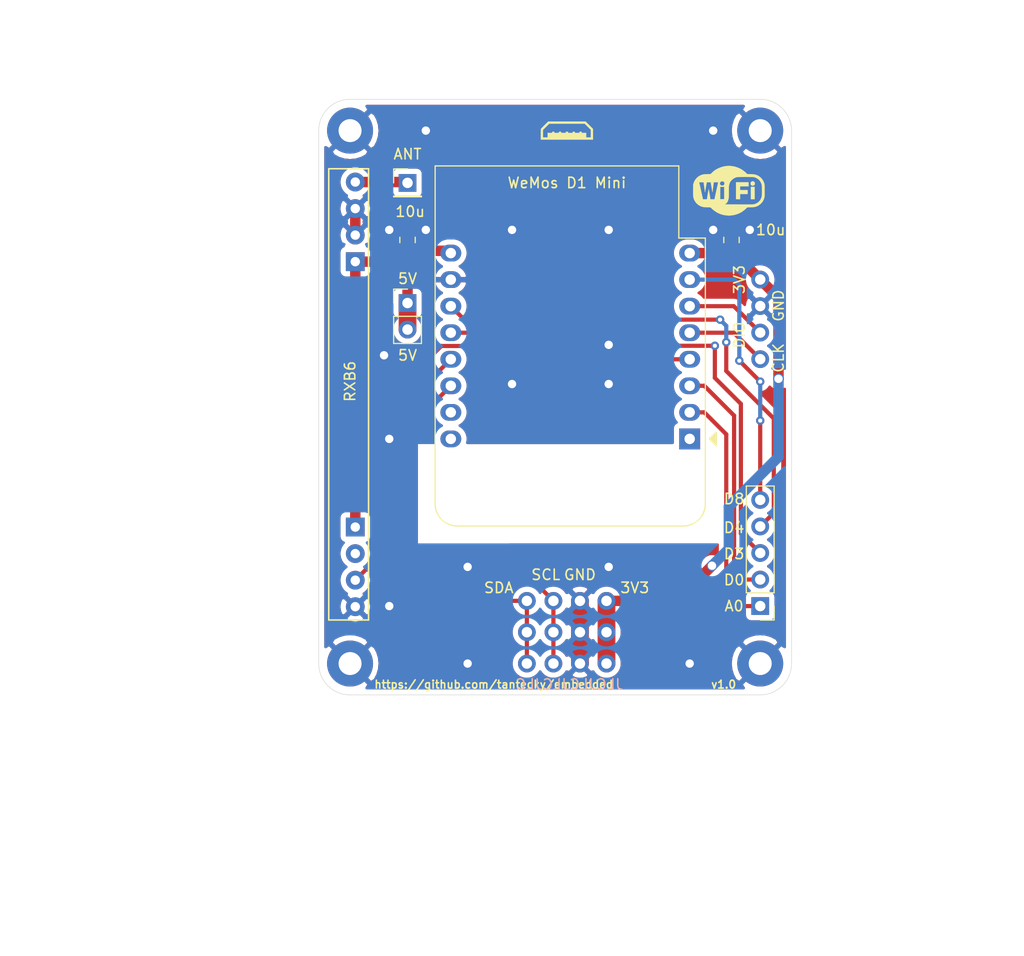
<source format=kicad_pcb>
(kicad_pcb (version 20171130) (host pcbnew "(5.1.9)-1")

  (general
    (thickness 1.6)
    (drawings 23)
    (tracks 112)
    (zones 0)
    (modules 17)
    (nets 19)
  )

  (page A4)
  (layers
    (0 F.Cu signal)
    (31 B.Cu signal)
    (32 B.Adhes user)
    (33 F.Adhes user)
    (34 B.Paste user)
    (35 F.Paste user)
    (36 B.SilkS user hide)
    (37 F.SilkS user)
    (38 B.Mask user)
    (39 F.Mask user)
    (40 Dwgs.User user)
    (41 Cmts.User user)
    (42 Eco1.User user)
    (43 Eco2.User user)
    (44 Edge.Cuts user)
    (45 Margin user)
    (46 B.CrtYd user hide)
    (47 F.CrtYd user hide)
    (48 B.Fab user)
    (49 F.Fab user hide)
  )

  (setup
    (last_trace_width 1)
    (user_trace_width 0.8)
    (user_trace_width 1)
    (user_trace_width 1.7)
    (trace_clearance 0.25)
    (zone_clearance 0.508)
    (zone_45_only no)
    (trace_min 0.2)
    (via_size 0.8)
    (via_drill 0.4)
    (via_min_size 0.4)
    (via_min_drill 0.3)
    (user_via 1 0.8)
    (uvia_size 0.3)
    (uvia_drill 0.1)
    (uvias_allowed no)
    (uvia_min_size 0.2)
    (uvia_min_drill 0.1)
    (edge_width 0.05)
    (segment_width 0.2)
    (pcb_text_width 0.3)
    (pcb_text_size 1.5 1.5)
    (mod_edge_width 0.12)
    (mod_text_size 1 1)
    (mod_text_width 0.15)
    (pad_size 1.524 1.524)
    (pad_drill 0.762)
    (pad_to_mask_clearance 0)
    (aux_axis_origin 0 0)
    (visible_elements 7FFFFFFF)
    (pcbplotparams
      (layerselection 0x010fc_ffffffff)
      (usegerberextensions false)
      (usegerberattributes true)
      (usegerberadvancedattributes true)
      (creategerberjobfile true)
      (excludeedgelayer true)
      (linewidth 0.100000)
      (plotframeref false)
      (viasonmask false)
      (mode 1)
      (useauxorigin false)
      (hpglpennumber 1)
      (hpglpenspeed 20)
      (hpglpendiameter 15.000000)
      (psnegative false)
      (psa4output false)
      (plotreference true)
      (plotvalue true)
      (plotinvisibletext false)
      (padsonsilk false)
      (subtractmaskfromsilk false)
      (outputformat 1)
      (mirror false)
      (drillshape 0)
      (scaleselection 1)
      (outputdirectory "gerbs/"))
  )

  (net 0 "")
  (net 1 +5V)
  (net 2 GND)
  (net 3 +3V3)
  (net 4 A0)
  (net 5 D0)
  (net 6 D3)
  (net 7 D4)
  (net 8 D8)
  (net 9 ANT)
  (net 10 DATA)
  (net 11 CLK)
  (net 12 DIO)
  (net 13 SDA)
  (net 14 SCL)
  (net 15 "Net-(U1-Pad1)")
  (net 16 "Net-(U1-Pad15)")
  (net 17 "Net-(U1-Pad16)")
  (net 18 "Net-(U2-Pad3)")

  (net_class Default "This is the default net class."
    (clearance 0.25)
    (trace_width 0.4)
    (via_dia 0.8)
    (via_drill 0.4)
    (uvia_dia 0.3)
    (uvia_drill 0.1)
    (add_net +3V3)
    (add_net +5V)
    (add_net A0)
    (add_net ANT)
    (add_net CLK)
    (add_net D0)
    (add_net D3)
    (add_net D4)
    (add_net D8)
    (add_net DATA)
    (add_net DIO)
    (add_net GND)
    (add_net "Net-(U1-Pad1)")
    (add_net "Net-(U1-Pad15)")
    (add_net "Net-(U1-Pad16)")
    (add_net "Net-(U2-Pad3)")
    (add_net SCL)
    (add_net SDA)
  )

  (module !myfoots:wifi (layer F.Cu) (tedit 0) (tstamp 60197371)
    (at 89.75 69.75)
    (fp_text reference G*** (at 0 0) (layer F.Fab) hide
      (effects (font (size 1.524 1.524) (thickness 0.3)))
    )
    (fp_text value LOGO (at 0.75 0) (layer B.CrtYd) hide
      (effects (font (size 1.524 1.524) (thickness 0.3)))
    )
    (fp_poly (pts (xy 0.122441 -2.374048) (xy 0.292314 -2.357509) (xy 0.453273 -2.33171) (xy 0.608181 -2.295871)
      (xy 0.759902 -2.249214) (xy 0.911298 -2.19096) (xy 1.065235 -2.120333) (xy 1.076648 -2.114672)
      (xy 1.122308 -2.091486) (xy 1.16321 -2.069595) (xy 1.201628 -2.047532) (xy 1.23984 -2.023828)
      (xy 1.280119 -1.997015) (xy 1.324742 -1.965626) (xy 1.375984 -1.928191) (xy 1.436121 -1.883244)
      (xy 1.440543 -1.879913) (xy 1.48775 -1.844337) (xy 1.525109 -1.816022) (xy 1.554338 -1.793466)
      (xy 1.577157 -1.775164) (xy 1.595286 -1.759613) (xy 1.610443 -1.745309) (xy 1.624349 -1.730748)
      (xy 1.638723 -1.714427) (xy 1.655283 -1.694842) (xy 1.663901 -1.68457) (xy 1.683156 -1.661688)
      (xy 1.699843 -1.643024) (xy 1.715664 -1.628116) (xy 1.732322 -1.616501) (xy 1.751521 -1.607717)
      (xy 1.774964 -1.601299) (xy 1.804354 -1.596787) (xy 1.841395 -1.593715) (xy 1.887789 -1.591623)
      (xy 1.945241 -1.590046) (xy 2.015452 -1.588522) (xy 2.017486 -1.588478) (xy 2.119682 -1.585737)
      (xy 2.209156 -1.582052) (xy 2.287682 -1.577211) (xy 2.357033 -1.571001) (xy 2.418983 -1.563209)
      (xy 2.475307 -1.553624) (xy 2.527777 -1.542031) (xy 2.578169 -1.528219) (xy 2.613451 -1.517017)
      (xy 2.732695 -1.469628) (xy 2.845685 -1.409611) (xy 2.95153 -1.337824) (xy 3.049343 -1.255123)
      (xy 3.138235 -1.162368) (xy 3.217317 -1.060415) (xy 3.285701 -0.950121) (xy 3.342497 -0.832346)
      (xy 3.35493 -0.801449) (xy 3.370365 -0.760949) (xy 3.381695 -0.729054) (xy 3.390302 -0.700934)
      (xy 3.397572 -0.671759) (xy 3.404889 -0.636699) (xy 3.410523 -0.607417) (xy 3.413355 -0.591899)
      (xy 3.415802 -0.576607) (xy 3.417893 -0.560403) (xy 3.419656 -0.54215) (xy 3.421117 -0.520709)
      (xy 3.422306 -0.494943) (xy 3.423249 -0.463714) (xy 3.423974 -0.425885) (xy 3.42451 -0.380317)
      (xy 3.424884 -0.325872) (xy 3.425124 -0.261414) (xy 3.425257 -0.185803) (xy 3.425312 -0.097902)
      (xy 3.425317 -0.001446) (xy 3.425195 0.108034) (xy 3.42486 0.207551) (xy 3.42432 0.296515)
      (xy 3.423581 0.374337) (xy 3.422653 0.440426) (xy 3.421542 0.494192) (xy 3.420257 0.535045)
      (xy 3.418806 0.562395) (xy 3.417675 0.573315) (xy 3.391697 0.692697) (xy 3.352327 0.809965)
      (xy 3.299054 0.926605) (xy 3.291356 0.94128) (xy 3.228627 1.04529) (xy 3.15481 1.143368)
      (xy 3.071433 1.234209) (xy 2.980024 1.316509) (xy 2.882108 1.388964) (xy 2.779214 1.450267)
      (xy 2.672869 1.499115) (xy 2.613811 1.520089) (xy 2.567807 1.534122) (xy 2.524165 1.545962)
      (xy 2.480989 1.555838) (xy 2.436381 1.563978) (xy 2.388443 1.570611) (xy 2.335278 1.575965)
      (xy 2.274988 1.58027) (xy 2.205678 1.583754) (xy 2.125448 1.586646) (xy 2.042886 1.588918)
      (xy 1.962719 1.591132) (xy 1.896509 1.59347) (xy 1.8437 1.595965) (xy 1.803736 1.598646)
      (xy 1.77606 1.601547) (xy 1.760115 1.604696) (xy 1.759857 1.60478) (xy 1.733955 1.618442)
      (xy 1.706107 1.641761) (xy 1.698171 1.650012) (xy 1.676683 1.673394) (xy 1.650631 1.701628)
      (xy 1.625339 1.728943) (xy 1.623252 1.731192) (xy 1.605436 1.748331) (xy 1.577476 1.772611)
      (xy 1.541029 1.802728) (xy 1.497752 1.837375) (xy 1.449305 1.875246) (xy 1.397344 1.915035)
      (xy 1.343527 1.955436) (xy 1.289512 1.995143) (xy 1.273629 2.006644) (xy 1.234722 2.032522)
      (xy 1.185253 2.062033) (xy 1.128212 2.093611) (xy 1.066586 2.125689) (xy 1.003364 2.1567)
      (xy 0.941535 2.185076) (xy 0.897782 2.203724) (xy 0.751358 2.257423) (xy 0.597794 2.301949)
      (xy 0.439879 2.336831) (xy 0.280402 2.361599) (xy 0.122154 2.375783) (xy -0.032076 2.378911)
      (xy -0.119743 2.3754) (xy -0.303538 2.357726) (xy -0.479265 2.328623) (xy -0.648215 2.287752)
      (xy -0.811681 2.234778) (xy -0.970954 2.169364) (xy -1.045029 2.134077) (xy -1.094212 2.109063)
      (xy -1.139036 2.084914) (xy -1.18178 2.060164) (xy -1.224721 2.033347) (xy -1.270137 2.002995)
      (xy -1.320307 1.967643) (xy -1.377508 1.925824) (xy -1.433286 1.884153) (xy -1.485587 1.844488)
      (xy -1.527918 1.811538) (xy -1.562179 1.783667) (xy -1.590271 1.759237) (xy -1.614094 1.736612)
      (xy -1.63555 1.714155) (xy -1.651054 1.696644) (xy -1.672681 1.671513) (xy -1.691214 1.650868)
      (xy -1.708324 1.634238) (xy -1.72568 1.621153) (xy -1.744954 1.611142) (xy -1.767816 1.603734)
      (xy -1.795938 1.598459) (xy -1.83099 1.594846) (xy -1.874642 1.592424) (xy -1.928566 1.590723)
      (xy -1.994432 1.589272) (xy -2.035145 1.588434) (xy -2.128931 1.586127) (xy -2.210103 1.583258)
      (xy -2.280558 1.579598) (xy -2.342194 1.574914) (xy -2.396908 1.568977) (xy -2.446596 1.561556)
      (xy -2.493155 1.552421) (xy -2.538483 1.541341) (xy -2.584476 1.528085) (xy -2.617211 1.517674)
      (xy -2.695447 1.487342) (xy -2.777884 1.44691) (xy -2.860906 1.398504) (xy -2.940897 1.344254)
      (xy -2.984345 1.309915) (xy -0.388257 1.309915) (xy 0.805543 1.31408) (xy 0.977778 1.314669)
      (xy 1.136122 1.31518) (xy 1.281195 1.31561) (xy 1.413621 1.315955) (xy 1.534021 1.316212)
      (xy 1.643016 1.316378) (xy 1.74123 1.316448) (xy 1.829284 1.31642) (xy 1.9078 1.316289)
      (xy 1.977401 1.316052) (xy 2.038708 1.315706) (xy 2.092343 1.315246) (xy 2.138929 1.31467)
      (xy 2.179087 1.313974) (xy 2.213439 1.313154) (xy 2.242608 1.312207) (xy 2.267216 1.311129)
      (xy 2.287884 1.309916) (xy 2.305235 1.308565) (xy 2.319891 1.307073) (xy 2.332473 1.305436)
      (xy 2.333171 1.305334) (xy 2.450442 1.281174) (xy 2.561346 1.244557) (xy 2.66514 1.196123)
      (xy 2.761082 1.136507) (xy 2.84843 1.06635) (xy 2.926441 0.986287) (xy 2.994372 0.896958)
      (xy 3.051481 0.798999) (xy 3.097025 0.69305) (xy 3.116681 0.63228) (xy 3.127568 0.592651)
      (xy 3.136821 0.554335) (xy 3.144559 0.515784) (xy 3.150901 0.475453) (xy 3.155964 0.431796)
      (xy 3.159869 0.383266) (xy 3.162733 0.328318) (xy 3.164676 0.265405) (xy 3.165816 0.192981)
      (xy 3.166272 0.109501) (xy 3.166163 0.013418) (xy 3.166069 -0.010885) (xy 3.165452 -0.111049)
      (xy 3.164472 -0.19801) (xy 3.163063 -0.27308) (xy 3.161158 -0.337569) (xy 3.158691 -0.392785)
      (xy 3.155596 -0.44004) (xy 3.151807 -0.480642) (xy 3.147258 -0.515901) (xy 3.141883 -0.547128)
      (xy 3.138085 -0.565135) (xy 3.108901 -0.665235) (xy 3.067194 -0.76554) (xy 3.01457 -0.862947)
      (xy 2.952638 -0.954354) (xy 2.907493 -1.009836) (xy 2.878739 -1.038539) (xy 2.839749 -1.071587)
      (xy 2.793354 -1.107009) (xy 2.742386 -1.142834) (xy 2.689675 -1.177089) (xy 2.638053 -1.207802)
      (xy 2.590352 -1.233003) (xy 2.579914 -1.23796) (xy 2.52004 -1.26191) (xy 2.452308 -1.28278)
      (xy 2.383322 -1.298717) (xy 2.33699 -1.30605) (xy 2.319037 -1.307322) (xy 2.287866 -1.308478)
      (xy 2.244746 -1.309518) (xy 2.190947 -1.310442) (xy 2.127738 -1.311249) (xy 2.056387 -1.31194)
      (xy 1.978165 -1.312515) (xy 1.894339 -1.312973) (xy 1.80618 -1.313315) (xy 1.714955 -1.31354)
      (xy 1.621935 -1.313649) (xy 1.528389 -1.313641) (xy 1.435584 -1.313517) (xy 1.344792 -1.313276)
      (xy 1.25728 -1.312919) (xy 1.174317 -1.312446) (xy 1.097174 -1.311856) (xy 1.027118 -1.311149)
      (xy 0.96542 -1.310326) (xy 0.913347 -1.309386) (xy 0.87217 -1.308329) (xy 0.843157 -1.307157)
      (xy 0.828993 -1.306066) (xy 0.732208 -1.287259) (xy 0.634529 -1.255543) (xy 0.538646 -1.212074)
      (xy 0.447246 -1.158011) (xy 0.391886 -1.118025) (xy 0.301285 -1.041077) (xy 0.224474 -0.962095)
      (xy 0.160768 -0.880084) (xy 0.10948 -0.794046) (xy 0.069924 -0.702987) (xy 0.042646 -0.611171)
      (xy 0.035122 -0.579583) (xy 0.028637 -0.551897) (xy 0.023114 -0.526795) (xy 0.018474 -0.502961)
      (xy 0.014639 -0.479079) (xy 0.011532 -0.453833) (xy 0.009074 -0.425905) (xy 0.007188 -0.39398)
      (xy 0.005794 -0.35674) (xy 0.004817 -0.31287) (xy 0.004176 -0.261053) (xy 0.003795 -0.199972)
      (xy 0.003596 -0.128311) (xy 0.0035 -0.044753) (xy 0.00343 0.0508) (xy 0.003287 0.159604)
      (xy 0.002989 0.255155) (xy 0.002452 0.338711) (xy 0.001591 0.411534) (xy 0.000322 0.474884)
      (xy -0.001438 0.530021) (xy -0.003776 0.578206) (xy -0.006773 0.620697) (xy -0.010516 0.658757)
      (xy -0.015087 0.693644) (xy -0.020572 0.726619) (xy -0.027054 0.758943) (xy -0.034618 0.791876)
      (xy -0.043347 0.826677) (xy -0.050168 0.852715) (xy -0.079737 0.949765) (xy -0.113937 1.033963)
      (xy -0.153513 1.106442) (xy -0.199206 1.168332) (xy -0.251761 1.220767) (xy -0.31192 1.264878)
      (xy -0.326571 1.273767) (xy -0.388257 1.309915) (xy -2.984345 1.309915) (xy -3.014241 1.286288)
      (xy -3.0226 1.279028) (xy -3.111229 1.19186) (xy -3.190616 1.094722) (xy -3.259887 0.9893)
      (xy -3.318165 0.877282) (xy -3.364578 0.760353) (xy -3.398249 0.640202) (xy -3.418304 0.518514)
      (xy -3.418629 0.515408) (xy -3.420461 0.488774) (xy -3.421943 0.447843) (xy -3.423076 0.392827)
      (xy -3.423856 0.323941) (xy -3.424283 0.241396) (xy -3.424354 0.145407) (xy -3.424067 0.036185)
      (xy -3.423615 -0.054428) (xy -3.420716 -0.547914) (xy -3.40189 -0.63186) (xy -3.366739 -0.755891)
      (xy -3.346612 -0.805542) (xy -2.83718 -0.805542) (xy -2.832866 -0.781957) (xy -2.829741 -0.766512)
      (xy -2.824097 -0.740163) (xy -2.816642 -0.706156) (xy -2.808083 -0.667736) (xy -2.804798 -0.653142)
      (xy -2.794129 -0.605802) (xy -2.781704 -0.550552) (xy -2.768929 -0.493647) (xy -2.75721 -0.441343)
      (xy -2.755075 -0.4318) (xy -2.74412 -0.382825) (xy -2.731293 -0.325488) (xy -2.717891 -0.265588)
      (xy -2.705213 -0.208928) (xy -2.699871 -0.185057) (xy -2.688593 -0.13463) (xy -2.677291 -0.084024)
      (xy -2.665484 -0.031078) (xy -2.652693 0.026367) (xy -2.638435 0.090468) (xy -2.622232 0.163386)
      (xy -2.603601 0.247279) (xy -2.593651 0.2921) (xy -2.582769 0.340954) (xy -2.570958 0.393709)
      (xy -2.559442 0.444913) (xy -2.549444 0.489116) (xy -2.546799 0.500743) (xy -2.536434 0.546685)
      (xy -2.524918 0.598466) (xy -2.513895 0.648661) (xy -2.507425 0.678543) (xy -2.499438 0.715179)
      (xy -2.491804 0.749224) (xy -2.485425 0.776707) (xy -2.481425 0.792843) (xy -2.474126 0.820058)
      (xy -2.09859 0.820058) (xy -2.094536 0.792843) (xy -2.09149 0.769988) (xy -2.088046 0.740696)
      (xy -2.086059 0.722086) (xy -2.083656 0.702596) (xy -2.0793 0.671386) (xy -2.073377 0.631064)
      (xy -2.066274 0.584234) (xy -2.058379 0.533502) (xy -2.053177 0.500743) (xy -2.044935 0.449399)
      (xy -2.037163 0.401356) (xy -2.029506 0.354484) (xy -2.021607 0.30665) (xy -2.01311 0.255723)
      (xy -2.003659 0.19957) (xy -1.992898 0.13606) (xy -1.980471 0.063061) (xy -1.966022 -0.021559)
      (xy -1.961924 -0.045525) (xy -1.95506 -0.083681) (xy -1.948639 -0.115745) (xy -1.943165 -0.139472)
      (xy -1.939142 -0.152614) (xy -1.937511 -0.154382) (xy -1.933938 -0.144806) (xy -1.928201 -0.122795)
      (xy -1.920684 -0.090202) (xy -1.911769 -0.04888) (xy -1.901842 -0.000684) (xy -1.891284 0.052533)
      (xy -1.880481 0.108918) (xy -1.869816 0.166617) (xy -1.861994 0.210458) (xy -1.852169 0.266448)
      (xy -1.841148 0.329207) (xy -1.829955 0.392899) (xy -1.819616 0.451685) (xy -1.814174 0.4826)
      (xy -1.80544 0.534174) (xy -1.796556 0.590056) (xy -1.788325 0.644972) (xy -1.781549 0.69365)
      (xy -1.778856 0.714829) (xy -1.766541 0.816429) (xy -1.374579 0.820285) (xy -1.361583 0.742157)
      (xy -1.355208 0.706204) (xy -1.346619 0.661084) (xy -1.336797 0.611788) (xy -1.326723 0.563307)
      (xy -1.323419 0.547915) (xy -1.304336 0.460175) (xy -1.282871 0.362002) (xy -1.259844 0.257119)
      (xy -1.236075 0.14925) (xy -1.212384 0.042116) (xy -1.189593 -0.060557) (xy -1.168522 -0.155048)
      (xy -1.168302 -0.156028) (xy -1.157024 -0.206484) (xy -1.145771 -0.256885) (xy -1.134067 -0.309369)
      (xy -1.122152 -0.362857) (xy -0.827314 -0.362857) (xy -0.827314 0.805543) (xy -0.449943 0.805543)
      (xy -0.449943 -0.362857) (xy -0.827314 -0.362857) (xy -1.122152 -0.362857) (xy -1.121435 -0.366074)
      (xy -1.107401 -0.429137) (xy -1.091488 -0.500698) (xy -1.073219 -0.582894) (xy -1.059783 -0.643367)
      (xy -1.051841 -0.67979) (xy -0.854236 -0.67979) (xy -0.848329 -0.634637) (xy -0.832014 -0.592561)
      (xy -0.80506 -0.55575) (xy -0.772124 -0.5293) (xy -0.726904 -0.508723) (xy -0.674502 -0.496763)
      (xy -0.619734 -0.493868) (xy -0.567413 -0.500484) (xy -0.542448 -0.507953) (xy -0.499056 -0.531448)
      (xy -0.464219 -0.56491) (xy -0.438832 -0.605983) (xy -0.423787 -0.652305) (xy -0.419979 -0.701519)
      (xy -0.4283 -0.751265) (xy -0.43935 -0.780097) (xy -0.467752 -0.825454) (xy -0.504718 -0.859286)
      (xy -0.550509 -0.881746) (xy -0.605388 -0.892986) (xy -0.635573 -0.894443) (xy -0.669091 -0.8938)
      (xy -0.693839 -0.890778) (xy -0.715501 -0.884287) (xy -0.735706 -0.875241) (xy -0.778387 -0.847478)
      (xy -0.811811 -0.811866) (xy -0.835747 -0.770591) (xy -0.849966 -0.725837) (xy -0.854236 -0.67979)
      (xy -1.051841 -0.67979) (xy -1.050467 -0.686091) (xy -1.042376 -0.72472) (xy -1.036016 -0.756706)
      (xy -1.031894 -0.779503) (xy -1.030514 -0.790324) (xy -1.030836 -0.794752) (xy -1.032847 -0.798226)
      (xy -1.03812 -0.80086) (xy -1.048227 -0.802772) (xy -1.06474 -0.804076) (xy -1.089229 -0.804889)
      (xy -1.123268 -0.805328) (xy -1.168427 -0.805507) (xy -1.226278 -0.805542) (xy -1.443018 -0.805542)
      (xy -1.447236 -0.785585) (xy -1.449488 -0.771775) (xy -1.452993 -0.746467) (xy -1.457371 -0.712587)
      (xy -1.462238 -0.67306) (xy -1.465466 -0.645885) (xy -1.470835 -0.60093) (xy -1.47756 -0.546042)
      (xy -1.485086 -0.485678) (xy -1.492856 -0.424293) (xy -1.500314 -0.366343) (xy -1.50124 -0.359228)
      (xy -1.509139 -0.298381) (xy -1.517948 -0.230079) (xy -1.526963 -0.159809) (xy -1.535481 -0.093058)
      (xy -1.542674 -0.036285) (xy -1.54871 0.010159) (xy -1.554499 0.052054) (xy -1.559699 0.087143)
      (xy -1.563972 0.113166) (xy -1.566978 0.127866) (xy -1.567696 0.129975) (xy -1.574119 0.134655)
      (xy -1.580906 0.124826) (xy -1.588056 0.100491) (xy -1.595568 0.061651) (xy -1.600183 0.031843)
      (xy -1.603153 0.011647) (xy -1.606455 -0.010001) (xy -1.610293 -0.034322) (xy -1.614874 -0.062534)
      (xy -1.620404 -0.095858) (xy -1.62709 -0.135512) (xy -1.635138 -0.182717) (xy -1.644754 -0.238692)
      (xy -1.656144 -0.304656) (xy -1.669516 -0.38183) (xy -1.685075 -0.471432) (xy -1.69431 -0.524561)
      (xy -1.703435 -0.577785) (xy -1.711958 -0.628895) (xy -1.719472 -0.675343) (xy -1.72557 -0.714579)
      (xy -1.729847 -0.744056) (xy -1.731653 -0.758603) (xy -1.736462 -0.805542) (xy -2.111552 -0.805542)
      (xy -2.114891 -0.789214) (xy -2.117358 -0.776328) (xy -2.121817 -0.752263) (xy -2.127698 -0.72013)
      (xy -2.134429 -0.683034) (xy -2.13655 -0.671285) (xy -2.14473 -0.626023) (xy -2.154452 -0.572385)
      (xy -2.164647 -0.516272) (xy -2.174241 -0.463585) (xy -2.176731 -0.449942) (xy -2.196356 -0.342022)
      (xy -2.213366 -0.247522) (xy -2.227897 -0.165612) (xy -2.240086 -0.095463) (xy -2.25007 -0.036244)
      (xy -2.257986 0.012876) (xy -2.26397 0.052725) (xy -2.26816 0.084135) (xy -2.270692 0.107936)
      (xy -2.271703 0.124958) (xy -2.271727 0.126464) (xy -2.271969 0.148772) (xy -2.286242 0.131639)
      (xy -2.296732 0.111608) (xy -2.300447 0.091725) (xy -2.300644 0.085249) (xy -2.301354 0.075719)
      (xy -2.302712 0.062103) (xy -2.304851 0.043372) (xy -2.307904 0.018496) (xy -2.312006 -0.013555)
      (xy -2.317291 -0.05381) (xy -2.323891 -0.103299) (xy -2.33194 -0.163053) (xy -2.341573 -0.234101)
      (xy -2.352923 -0.317472) (xy -2.366049 -0.413657) (xy -2.372558 -0.461644) (xy -2.379452 -0.513049)
      (xy -2.386464 -0.56583) (xy -2.39333 -0.617945) (xy -2.399783 -0.667349) (xy -2.405558 -0.712002)
      (xy -2.410387 -0.74986) (xy -2.414007 -0.778881) (xy -2.416149 -0.797022) (xy -2.416629 -0.802191)
      (xy -2.423585 -0.803045) (xy -2.44325 -0.803818) (xy -2.47382 -0.804483) (xy -2.513489 -0.80501)
      (xy -2.560453 -0.80537) (xy -2.612905 -0.805535) (xy -2.626904 -0.805542) (xy -2.83718 -0.805542)
      (xy -3.346612 -0.805542) (xy -3.31836 -0.875235) (xy -3.257575 -0.988849) (xy -3.185205 -1.095689)
      (xy -3.102072 -1.194712) (xy -3.008997 -1.284875) (xy -2.906802 -1.365133) (xy -2.79631 -1.434445)
      (xy -2.751113 -1.4583) (xy -2.703606 -1.48) (xy -2.648282 -1.50192) (xy -2.590172 -1.522307)
      (xy -2.534303 -1.539405) (xy -2.485704 -1.55146) (xy -2.481943 -1.552221) (xy -2.428892 -1.561466)
      (xy -2.370156 -1.569206) (xy -2.304093 -1.575566) (xy -2.22906 -1.580671) (xy -2.143417 -1.584647)
      (xy -2.045522 -1.587619) (xy -2.0066 -1.588475) (xy -1.927671 -1.590297) (xy -1.863058 -1.592314)
      (xy -1.812562 -1.594536) (xy -1.775987 -1.596974) (xy -1.753134 -1.599637) (xy -1.744609 -1.601931)
      (xy -1.732491 -1.611217) (xy -1.714312 -1.628039) (xy -1.693634 -1.649065) (xy -1.689829 -1.653139)
      (xy -1.663536 -1.6803) (xy -1.629577 -1.713544) (xy -1.590424 -1.750622) (xy -1.548547 -1.789285)
      (xy -1.50642 -1.827286) (xy -1.466511 -1.862376) (xy -1.431293 -1.892305) (xy -1.403238 -1.914827)
      (xy -1.397379 -1.919223) (xy -1.294405 -1.989374) (xy -1.179092 -2.057845) (xy -1.053604 -2.123455)
      (xy -0.920107 -2.185021) (xy -0.878114 -2.202818) (xy -0.737526 -2.255226) (xy -0.590068 -2.298984)
      (xy -0.438494 -2.333623) (xy -0.285559 -2.35867) (xy -0.134016 -2.373654) (xy 0.013381 -2.378105)
      (xy 0.122441 -2.374048)) (layer F.SilkS) (width 0.01))
    (fp_poly (pts (xy 1.886857 -0.413657) (xy 1.074057 -0.413657) (xy 1.074057 -0.065314) (xy 1.799771 -0.065314)
      (xy 1.799771 0.319315) (xy 1.074057 0.319315) (xy 1.074057 0.8128) (xy 0.682171 0.8128)
      (xy 0.682171 -0.8128) (xy 1.886857 -0.8128) (xy 1.886857 -0.413657)) (layer F.SilkS) (width 0.01))
    (fp_poly (pts (xy 2.467429 0.8128) (xy 2.104571 0.8128) (xy 2.104571 -0.370114) (xy 2.467429 -0.370114)
      (xy 2.467429 0.8128)) (layer F.SilkS) (width 0.01))
    (fp_poly (pts (xy 2.317202 -0.902551) (xy 2.340102 -0.8991) (xy 2.360851 -0.891532) (xy 2.379129 -0.882076)
      (xy 2.412652 -0.860238) (xy 2.439045 -0.834449) (xy 2.462204 -0.800503) (xy 2.47288 -0.780922)
      (xy 2.483347 -0.757851) (xy 2.489305 -0.735527) (xy 2.491943 -0.708171) (xy 2.492435 -0.6858)
      (xy 2.491971 -0.65427) (xy 2.489247 -0.631598) (xy 2.483037 -0.612162) (xy 2.472112 -0.590344)
      (xy 2.471243 -0.58877) (xy 2.4447 -0.550494) (xy 2.411765 -0.522399) (xy 2.368637 -0.501249)
      (xy 2.368072 -0.501035) (xy 2.340124 -0.492866) (xy 2.306808 -0.486529) (xy 2.273369 -0.482691)
      (xy 2.245049 -0.482018) (xy 2.231571 -0.483666) (xy 2.178356 -0.502768) (xy 2.135893 -0.531556)
      (xy 2.104465 -0.569665) (xy 2.084351 -0.616733) (xy 2.075833 -0.672396) (xy 2.075543 -0.6858)
      (xy 2.081693 -0.744425) (xy 2.099498 -0.795387) (xy 2.127991 -0.837687) (xy 2.166205 -0.870325)
      (xy 2.213172 -0.8923) (xy 2.267926 -0.902615) (xy 2.286 -0.903287) (xy 2.317202 -0.902551)) (layer F.SilkS) (width 0.01))
  )

  (module !myfoots:microusb (layer F.Cu) (tedit 0) (tstamp 60197493)
    (at 74.25 64 180)
    (fp_text reference G*** (at 0 0) (layer F.Fab) hide
      (effects (font (size 1.524 1.524) (thickness 0.3)))
    )
    (fp_text value LOGO (at 0.75 0) (layer F.Fab) hide
      (effects (font (size 1.524 1.524) (thickness 0.3)))
    )
    (fp_poly (pts (xy 2.49936 -0.360176) (xy 2.499274 -0.242508) (xy 2.498988 -0.143525) (xy 2.498456 -0.06159)
      (xy 2.497634 0.004933) (xy 2.496477 0.057677) (xy 2.49494 0.09828) (xy 2.492979 0.128376)
      (xy 2.490549 0.149601) (xy 2.487605 0.16359) (xy 2.484843 0.170684) (xy 2.474841 0.183285)
      (xy 2.45188 0.208624) (xy 2.417456 0.245157) (xy 2.373062 0.291339) (xy 2.320193 0.345626)
      (xy 2.260345 0.406472) (xy 2.195011 0.472333) (xy 2.131432 0.53594) (xy 1.792537 0.87376)
      (xy -1.792916 0.87376) (xy -2.146138 0.520537) (xy -2.49936 0.167315) (xy -2.49936 -0.287085)
      (xy -2.286001 -0.287085) (xy -2.286001 0.07607) (xy -1.993966 0.368235) (xy -1.701932 0.6604)
      (xy 1.691512 0.6604) (xy 1.988756 0.363284) (xy 2.285999 0.066169) (xy 2.285999 -0.292036)
      (xy 2.286 -0.65024) (xy 1.84912 -0.65024) (xy 1.84912 -0.21336) (xy 1.41224 -0.21336)
      (xy 1.41224 -0.1016) (xy 1.19888 -0.1016) (xy 1.19888 -0.21336) (xy 0.762 -0.21336)
      (xy 0.762 -0.1016) (xy 0.54864 -0.1016) (xy 0.54864 -0.21336) (xy 0.1016 -0.21336)
      (xy 0.1016 -0.1016) (xy -0.11176 -0.1016) (xy -0.11176 -0.21336) (xy -0.54864 -0.21336)
      (xy -0.54864 -0.1016) (xy -0.762 -0.1016) (xy -0.762 -0.21336) (xy -1.19888 -0.21336)
      (xy -1.19888 -0.1016) (xy -1.41224 -0.1016) (xy -1.41224 -0.21336) (xy -1.84912 -0.21336)
      (xy -1.84912 -0.65024) (xy -2.286 -0.65024) (xy -2.286001 -0.287085) (xy -2.49936 -0.287085)
      (xy -2.49936 -0.8636) (xy 2.49936 -0.8636) (xy 2.49936 -0.360176)) (layer F.SilkS) (width 0.01))
  )

  (module Capacitor_SMD:C_0805_2012Metric_Pad1.18x1.45mm_HandSolder (layer F.Cu) (tedit 5F68FEEF) (tstamp 6016A019)
    (at 59 74.4625 90)
    (descr "Capacitor SMD 0805 (2012 Metric), square (rectangular) end terminal, IPC_7351 nominal with elongated pad for handsoldering. (Body size source: IPC-SM-782 page 76, https://www.pcb-3d.com/wordpress/wp-content/uploads/ipc-sm-782a_amendment_1_and_2.pdf, https://docs.google.com/spreadsheets/d/1BsfQQcO9C6DZCsRaXUlFlo91Tg2WpOkGARC1WS5S8t0/edit?usp=sharing), generated with kicad-footprint-generator")
    (tags "capacitor handsolder")
    (path /60157AD0)
    (attr smd)
    (fp_text reference 10u (at 2.7125 0.25 180) (layer F.SilkS)
      (effects (font (size 1 1) (thickness 0.15)))
    )
    (fp_text value 10u (at 0 1.68 90) (layer F.Fab)
      (effects (font (size 1 1) (thickness 0.15)))
    )
    (fp_line (start 1.88 0.98) (end -1.88 0.98) (layer F.CrtYd) (width 0.05))
    (fp_line (start 1.88 -0.98) (end 1.88 0.98) (layer F.CrtYd) (width 0.05))
    (fp_line (start -1.88 -0.98) (end 1.88 -0.98) (layer F.CrtYd) (width 0.05))
    (fp_line (start -1.88 0.98) (end -1.88 -0.98) (layer F.CrtYd) (width 0.05))
    (fp_line (start -0.261252 0.735) (end 0.261252 0.735) (layer F.SilkS) (width 0.12))
    (fp_line (start -0.261252 -0.735) (end 0.261252 -0.735) (layer F.SilkS) (width 0.12))
    (fp_line (start 1 0.625) (end -1 0.625) (layer F.Fab) (width 0.1))
    (fp_line (start 1 -0.625) (end 1 0.625) (layer F.Fab) (width 0.1))
    (fp_line (start -1 -0.625) (end 1 -0.625) (layer F.Fab) (width 0.1))
    (fp_line (start -1 0.625) (end -1 -0.625) (layer F.Fab) (width 0.1))
    (fp_text user %R (at 0 0 90) (layer F.Fab)
      (effects (font (size 0.5 0.5) (thickness 0.08)))
    )
    (pad 1 smd roundrect (at -1.0375 0 90) (size 1.175 1.45) (layers F.Cu F.Paste F.Mask) (roundrect_rratio 0.2127659574468085)
      (net 1 +5V))
    (pad 2 smd roundrect (at 1.0375 0 90) (size 1.175 1.45) (layers F.Cu F.Paste F.Mask) (roundrect_rratio 0.2127659574468085)
      (net 2 GND))
    (model ${KISYS3DMOD}/Capacitor_SMD.3dshapes/C_0805_2012Metric.wrl
      (at (xyz 0 0 0))
      (scale (xyz 1 1 1))
      (rotate (xyz 0 0 0))
    )
  )

  (module Capacitor_SMD:C_0805_2012Metric_Pad1.18x1.45mm_HandSolder (layer F.Cu) (tedit 5F68FEEF) (tstamp 6016977A)
    (at 90 74.4625 270)
    (descr "Capacitor SMD 0805 (2012 Metric), square (rectangular) end terminal, IPC_7351 nominal with elongated pad for handsoldering. (Body size source: IPC-SM-782 page 76, https://www.pcb-3d.com/wordpress/wp-content/uploads/ipc-sm-782a_amendment_1_and_2.pdf, https://docs.google.com/spreadsheets/d/1BsfQQcO9C6DZCsRaXUlFlo91Tg2WpOkGARC1WS5S8t0/edit?usp=sharing), generated with kicad-footprint-generator")
    (tags "capacitor handsolder")
    (path /6015A97C)
    (attr smd)
    (fp_text reference 10u (at -0.9625 -3.75 180) (layer F.SilkS)
      (effects (font (size 1 1) (thickness 0.15)))
    )
    (fp_text value 10u (at 0 1.68 90) (layer F.Fab)
      (effects (font (size 1 1) (thickness 0.15)))
    )
    (fp_line (start -1 0.625) (end -1 -0.625) (layer F.Fab) (width 0.1))
    (fp_line (start -1 -0.625) (end 1 -0.625) (layer F.Fab) (width 0.1))
    (fp_line (start 1 -0.625) (end 1 0.625) (layer F.Fab) (width 0.1))
    (fp_line (start 1 0.625) (end -1 0.625) (layer F.Fab) (width 0.1))
    (fp_line (start -0.261252 -0.735) (end 0.261252 -0.735) (layer F.SilkS) (width 0.12))
    (fp_line (start -0.261252 0.735) (end 0.261252 0.735) (layer F.SilkS) (width 0.12))
    (fp_line (start -1.88 0.98) (end -1.88 -0.98) (layer F.CrtYd) (width 0.05))
    (fp_line (start -1.88 -0.98) (end 1.88 -0.98) (layer F.CrtYd) (width 0.05))
    (fp_line (start 1.88 -0.98) (end 1.88 0.98) (layer F.CrtYd) (width 0.05))
    (fp_line (start 1.88 0.98) (end -1.88 0.98) (layer F.CrtYd) (width 0.05))
    (fp_text user %R (at 0 0 90) (layer F.Fab)
      (effects (font (size 0.5 0.5) (thickness 0.08)))
    )
    (pad 2 smd roundrect (at 1.0375 0 270) (size 1.175 1.45) (layers F.Cu F.Paste F.Mask) (roundrect_rratio 0.2127659574468085)
      (net 3 +3V3))
    (pad 1 smd roundrect (at -1.0375 0 270) (size 1.175 1.45) (layers F.Cu F.Paste F.Mask) (roundrect_rratio 0.2127659574468085)
      (net 2 GND))
    (model ${KISYS3DMOD}/Capacitor_SMD.3dshapes/C_0805_2012Metric.wrl
      (at (xyz 0 0 0))
      (scale (xyz 1 1 1))
      (rotate (xyz 0 0 0))
    )
  )

  (module Connector_PinHeader_2.54mm:PinHeader_1x05_P2.54mm_Vertical (layer F.Cu) (tedit 59FED5CC) (tstamp 6016A675)
    (at 92.75 109.5 180)
    (descr "Through hole straight pin header, 1x05, 2.54mm pitch, single row")
    (tags "Through hole pin header THT 1x05 2.54mm single row")
    (path /60179DA7)
    (fp_text reference J1 (at 0 -2.33) (layer F.Fab)
      (effects (font (size 1 1) (thickness 0.15)))
    )
    (fp_text value GPIO (at 0 12.49) (layer F.Fab)
      (effects (font (size 1 1) (thickness 0.15)))
    )
    (fp_line (start 1.8 -1.8) (end -1.8 -1.8) (layer F.CrtYd) (width 0.05))
    (fp_line (start 1.8 11.95) (end 1.8 -1.8) (layer F.CrtYd) (width 0.05))
    (fp_line (start -1.8 11.95) (end 1.8 11.95) (layer F.CrtYd) (width 0.05))
    (fp_line (start -1.8 -1.8) (end -1.8 11.95) (layer F.CrtYd) (width 0.05))
    (fp_line (start -1.33 -1.33) (end 0 -1.33) (layer F.SilkS) (width 0.12))
    (fp_line (start -1.33 0) (end -1.33 -1.33) (layer F.SilkS) (width 0.12))
    (fp_line (start -1.33 1.27) (end 1.33 1.27) (layer F.SilkS) (width 0.12))
    (fp_line (start 1.33 1.27) (end 1.33 11.49) (layer F.SilkS) (width 0.12))
    (fp_line (start -1.33 1.27) (end -1.33 11.49) (layer F.SilkS) (width 0.12))
    (fp_line (start -1.33 11.49) (end 1.33 11.49) (layer F.SilkS) (width 0.12))
    (fp_line (start -1.27 -0.635) (end -0.635 -1.27) (layer F.Fab) (width 0.1))
    (fp_line (start -1.27 11.43) (end -1.27 -0.635) (layer F.Fab) (width 0.1))
    (fp_line (start 1.27 11.43) (end -1.27 11.43) (layer F.Fab) (width 0.1))
    (fp_line (start 1.27 -1.27) (end 1.27 11.43) (layer F.Fab) (width 0.1))
    (fp_line (start -0.635 -1.27) (end 1.27 -1.27) (layer F.Fab) (width 0.1))
    (fp_text user %R (at 0 5.08 90) (layer F.Fab)
      (effects (font (size 1 1) (thickness 0.15)))
    )
    (pad 1 thru_hole rect (at 0 0 180) (size 1.7 1.7) (drill 1) (layers *.Cu *.Mask)
      (net 4 A0))
    (pad 2 thru_hole oval (at 0 2.54 180) (size 1.7 1.7) (drill 1) (layers *.Cu *.Mask)
      (net 5 D0))
    (pad 3 thru_hole oval (at 0 5.08 180) (size 1.7 1.7) (drill 1) (layers *.Cu *.Mask)
      (net 6 D3))
    (pad 4 thru_hole oval (at 0 7.62 180) (size 1.7 1.7) (drill 1) (layers *.Cu *.Mask)
      (net 7 D4))
    (pad 5 thru_hole oval (at 0 10.16 180) (size 1.7 1.7) (drill 1) (layers *.Cu *.Mask)
      (net 8 D8))
    (model ${KISYS3DMOD}/Connector_PinHeader_2.54mm.3dshapes/PinHeader_1x05_P2.54mm_Vertical.wrl
      (at (xyz 0 0 0))
      (scale (xyz 1 1 1))
      (rotate (xyz 0 0 0))
    )
  )

  (module Connector_PinHeader_2.54mm:PinHeader_1x01_P2.54mm_Vertical (layer F.Cu) (tedit 59FED5CC) (tstamp 6016A52E)
    (at 59 69)
    (descr "Through hole straight pin header, 1x01, 2.54mm pitch, single row")
    (tags "Through hole pin header THT 1x01 2.54mm single row")
    (path /6017C7BC)
    (fp_text reference ANT (at 0 -2.75) (layer F.SilkS)
      (effects (font (size 1 1) (thickness 0.15)))
    )
    (fp_text value Conn_01x01 (at 0 2.33) (layer F.Fab)
      (effects (font (size 1 1) (thickness 0.15)))
    )
    (fp_line (start 1.8 -1.8) (end -1.8 -1.8) (layer F.CrtYd) (width 0.05))
    (fp_line (start 1.8 1.8) (end 1.8 -1.8) (layer F.CrtYd) (width 0.05))
    (fp_line (start -1.8 1.8) (end 1.8 1.8) (layer F.CrtYd) (width 0.05))
    (fp_line (start -1.8 -1.8) (end -1.8 1.8) (layer F.CrtYd) (width 0.05))
    (fp_line (start -1.33 -1.33) (end 0 -1.33) (layer F.SilkS) (width 0.12))
    (fp_line (start -1.33 0) (end -1.33 -1.33) (layer F.SilkS) (width 0.12))
    (fp_line (start -1.33 1.27) (end 1.33 1.27) (layer F.SilkS) (width 0.12))
    (fp_line (start 1.33 1.27) (end 1.33 1.33) (layer F.SilkS) (width 0.12))
    (fp_line (start -1.33 1.27) (end -1.33 1.33) (layer F.SilkS) (width 0.12))
    (fp_line (start -1.33 1.33) (end 1.33 1.33) (layer F.SilkS) (width 0.12))
    (fp_line (start -1.27 -0.635) (end -0.635 -1.27) (layer F.Fab) (width 0.1))
    (fp_line (start -1.27 1.27) (end -1.27 -0.635) (layer F.Fab) (width 0.1))
    (fp_line (start 1.27 1.27) (end -1.27 1.27) (layer F.Fab) (width 0.1))
    (fp_line (start 1.27 -1.27) (end 1.27 1.27) (layer F.Fab) (width 0.1))
    (fp_line (start -0.635 -1.27) (end 1.27 -1.27) (layer F.Fab) (width 0.1))
    (fp_text user %R (at 0 0 90) (layer F.Fab)
      (effects (font (size 1 1) (thickness 0.15)))
    )
    (pad 1 thru_hole rect (at 0 0) (size 1.7 1.7) (drill 1) (layers *.Cu *.Mask)
      (net 9 ANT))
    (model ${KISYS3DMOD}/Connector_PinHeader_2.54mm.3dshapes/PinHeader_1x01_P2.54mm_Vertical.wrl
      (at (xyz 0 0 0))
      (scale (xyz 1 1 1))
      (rotate (xyz 0 0 0))
    )
  )

  (module Module:WEMOS_D1_mini_light (layer F.Cu) (tedit 5BBFB1CE) (tstamp 60169820)
    (at 86 93.5 180)
    (descr "16-pin module, column spacing 22.86 mm (900 mils), https://wiki.wemos.cc/products:d1:d1_mini, https://c1.staticflickr.com/1/734/31400410271_f278b087db_z.jpg")
    (tags "ESP8266 WiFi microcontroller")
    (path /6015095A)
    (fp_text reference "WeMos D1 Mini" (at 11.75 24.5) (layer F.SilkS)
      (effects (font (size 1 1) (thickness 0.15)))
    )
    (fp_text value WeMos_D1_mini (at 11.7 0) (layer F.Fab)
      (effects (font (size 1 1) (thickness 0.15)))
    )
    (fp_line (start 1.04 19.22) (end 1.04 26.12) (layer F.SilkS) (width 0.12))
    (fp_line (start -1.5 19.22) (end 1.04 19.22) (layer F.SilkS) (width 0.12))
    (fp_line (start -0.37 0) (end -1.37 -1) (layer F.Fab) (width 0.1))
    (fp_line (start -1.37 1) (end -0.37 0) (layer F.Fab) (width 0.1))
    (fp_line (start -1.37 -6.21) (end -1.37 -1) (layer F.Fab) (width 0.1))
    (fp_line (start 1.17 19.09) (end 1.17 25.99) (layer F.Fab) (width 0.1))
    (fp_line (start -1.37 19.09) (end 1.17 19.09) (layer F.Fab) (width 0.1))
    (fp_line (start -1.35 -7.4) (end -0.55 -8.2) (layer Dwgs.User) (width 0.1))
    (fp_line (start -1.3 -5.45) (end 1.45 -8.2) (layer Dwgs.User) (width 0.1))
    (fp_line (start -1.35 -3.4) (end 3.45 -8.2) (layer Dwgs.User) (width 0.1))
    (fp_line (start 22.65 -1.4) (end 24.25 -3) (layer Dwgs.User) (width 0.1))
    (fp_line (start 20.65 -1.4) (end 24.25 -5) (layer Dwgs.User) (width 0.1))
    (fp_line (start 18.65 -1.4) (end 24.25 -7) (layer Dwgs.User) (width 0.1))
    (fp_line (start 16.65 -1.4) (end 23.45 -8.2) (layer Dwgs.User) (width 0.1))
    (fp_line (start 14.65 -1.4) (end 21.45 -8.2) (layer Dwgs.User) (width 0.1))
    (fp_line (start 12.65 -1.4) (end 19.45 -8.2) (layer Dwgs.User) (width 0.1))
    (fp_line (start 10.65 -1.4) (end 17.45 -8.2) (layer Dwgs.User) (width 0.1))
    (fp_line (start 8.65 -1.4) (end 15.45 -8.2) (layer Dwgs.User) (width 0.1))
    (fp_line (start 6.65 -1.4) (end 13.45 -8.2) (layer Dwgs.User) (width 0.1))
    (fp_line (start 4.65 -1.4) (end 11.45 -8.2) (layer Dwgs.User) (width 0.1))
    (fp_line (start 2.65 -1.4) (end 9.45 -8.2) (layer Dwgs.User) (width 0.1))
    (fp_line (start 0.65 -1.4) (end 7.45 -8.2) (layer Dwgs.User) (width 0.1))
    (fp_line (start -1.35 -1.4) (end 5.45 -8.2) (layer Dwgs.User) (width 0.1))
    (fp_line (start -1.35 -8.2) (end -1.35 -1.4) (layer Dwgs.User) (width 0.1))
    (fp_line (start 24.25 -8.2) (end -1.35 -8.2) (layer Dwgs.User) (width 0.1))
    (fp_line (start 24.25 -1.4) (end 24.25 -8.2) (layer Dwgs.User) (width 0.1))
    (fp_line (start -1.35 -1.4) (end 24.25 -1.4) (layer Dwgs.User) (width 0.1))
    (fp_poly (pts (xy -2.54 -0.635) (xy -2.54 0.635) (xy -1.905 0)) (layer F.SilkS) (width 0.15))
    (fp_line (start -1.62 26.24) (end -1.62 -8.46) (layer F.CrtYd) (width 0.05))
    (fp_line (start 24.48 26.24) (end -1.62 26.24) (layer F.CrtYd) (width 0.05))
    (fp_line (start 24.48 -8.41) (end 24.48 26.24) (layer F.CrtYd) (width 0.05))
    (fp_line (start -1.62 -8.46) (end 24.48 -8.46) (layer F.CrtYd) (width 0.05))
    (fp_line (start -1.37 1) (end -1.37 19.09) (layer F.Fab) (width 0.1))
    (fp_line (start 22.23 -8.21) (end 0.63 -8.21) (layer F.Fab) (width 0.1))
    (fp_line (start 24.23 25.99) (end 24.23 -6.21) (layer F.Fab) (width 0.1))
    (fp_line (start 1.17 25.99) (end 24.23 25.99) (layer F.Fab) (width 0.1))
    (fp_line (start 22.24 -8.34) (end 0.63 -8.34) (layer F.SilkS) (width 0.12))
    (fp_line (start 24.36 26.12) (end 24.36 -6.21) (layer F.SilkS) (width 0.12))
    (fp_line (start -1.5 19.22) (end -1.5 -6.21) (layer F.SilkS) (width 0.12))
    (fp_line (start 1.04 26.12) (end 24.36 26.12) (layer F.SilkS) (width 0.12))
    (fp_text user %R (at 11.43 10) (layer F.Fab)
      (effects (font (size 1 1) (thickness 0.15)))
    )
    (fp_arc (start 0.63 -6.21) (end 0.63 -8.21) (angle -90) (layer F.Fab) (width 0.1))
    (fp_arc (start 22.23 -6.21) (end 24.23 -6.19) (angle -90) (layer F.Fab) (width 0.1))
    (fp_arc (start 0.63 -6.21) (end 0.63 -8.34) (angle -90) (layer F.SilkS) (width 0.12))
    (fp_arc (start 22.23 -6.21) (end 24.36 -6.21) (angle -90) (layer F.SilkS) (width 0.12))
    (fp_text user "KEEP OUT" (at 11.43 -6.35) (layer Cmts.User)
      (effects (font (size 1 1) (thickness 0.15)))
    )
    (fp_text user "No copper" (at 11.43 -3.81) (layer Cmts.User)
      (effects (font (size 1 1) (thickness 0.15)))
    )
    (pad 2 thru_hole oval (at 0 2.54 180) (size 2 1.6) (drill 1) (layers *.Cu *.Mask)
      (net 4 A0))
    (pad 1 thru_hole rect (at 0 0 180) (size 2 2) (drill 1) (layers *.Cu *.Mask)
      (net 15 "Net-(U1-Pad1)"))
    (pad 3 thru_hole oval (at 0 5.08 180) (size 2 1.6) (drill 1) (layers *.Cu *.Mask)
      (net 5 D0))
    (pad 4 thru_hole oval (at 0 7.62 180) (size 2 1.6) (drill 1) (layers *.Cu *.Mask)
      (net 10 DATA))
    (pad 5 thru_hole oval (at 0 10.16 180) (size 2 1.6) (drill 1) (layers *.Cu *.Mask)
      (net 11 CLK))
    (pad 6 thru_hole oval (at 0 12.7 180) (size 2 1.6) (drill 1) (layers *.Cu *.Mask)
      (net 12 DIO))
    (pad 7 thru_hole oval (at 0 15.24 180) (size 2 1.6) (drill 1) (layers *.Cu *.Mask)
      (net 8 D8))
    (pad 8 thru_hole oval (at 0 17.78 180) (size 2 1.6) (drill 1) (layers *.Cu *.Mask)
      (net 3 +3V3))
    (pad 9 thru_hole oval (at 22.86 17.78 180) (size 2 1.6) (drill 1) (layers *.Cu *.Mask)
      (net 1 +5V))
    (pad 10 thru_hole oval (at 22.86 15.24 180) (size 2 1.6) (drill 1) (layers *.Cu *.Mask)
      (net 2 GND))
    (pad 11 thru_hole oval (at 22.86 12.7 180) (size 2 1.6) (drill 1) (layers *.Cu *.Mask)
      (net 7 D4))
    (pad 12 thru_hole oval (at 22.86 10.16 180) (size 2 1.6) (drill 1) (layers *.Cu *.Mask)
      (net 6 D3))
    (pad 13 thru_hole oval (at 22.86 7.62 180) (size 2 1.6) (drill 1) (layers *.Cu *.Mask)
      (net 13 SDA))
    (pad 14 thru_hole oval (at 22.86 5.08 180) (size 2 1.6) (drill 1) (layers *.Cu *.Mask)
      (net 14 SCL))
    (pad 15 thru_hole oval (at 22.86 2.54 180) (size 2 1.6) (drill 1) (layers *.Cu *.Mask)
      (net 16 "Net-(U1-Pad15)"))
    (pad 16 thru_hole oval (at 22.86 0 180) (size 2 1.6) (drill 1) (layers *.Cu *.Mask)
      (net 17 "Net-(U1-Pad16)"))
    (model ${KISYS3DMOD}/Module.3dshapes/WEMOS_D1_mini_light.wrl
      (at (xyz 0 0 0))
      (scale (xyz 1 1 1))
      (rotate (xyz 0 0 0))
    )
    (model ${KISYS3DMOD}/Connector_PinHeader_2.54mm.3dshapes/PinHeader_1x08_P2.54mm_Vertical.wrl
      (offset (xyz 0 0 9.5))
      (scale (xyz 1 1 1))
      (rotate (xyz 0 -180 0))
    )
    (model ${KISYS3DMOD}/Connector_PinHeader_2.54mm.3dshapes/PinHeader_1x08_P2.54mm_Vertical.wrl
      (offset (xyz 22.86 0 9.5))
      (scale (xyz 1 1 1))
      (rotate (xyz 0 -180 0))
    )
    (model ${KISYS3DMOD}/Connector_PinSocket_2.54mm.3dshapes/PinSocket_1x08_P2.54mm_Vertical.wrl
      (at (xyz 0 0 0))
      (scale (xyz 1 1 1))
      (rotate (xyz 0 0 0))
    )
    (model ${KISYS3DMOD}/Connector_PinSocket_2.54mm.3dshapes/PinSocket_1x08_P2.54mm_Vertical.wrl
      (offset (xyz 22.86 0 0))
      (scale (xyz 1 1 1))
      (rotate (xyz 0 0 0))
    )
  )

  (module !myfoots:rxb (layer F.Cu) (tedit 5B937A55) (tstamp 6016AEF7)
    (at 54 89.24 90)
    (path /601603AC)
    (fp_text reference RXB6 (at 1.24 -0.5 90) (layer F.SilkS)
      (effects (font (size 1 1) (thickness 0.15)))
    )
    (fp_text value RXB6 (at 0 -5.08 90) (layer F.Fab)
      (effects (font (size 1 1) (thickness 0.15)))
    )
    (fp_line (start 21.59 -2.54) (end -21.59 -2.54) (layer F.SilkS) (width 0.15))
    (fp_line (start 21.59 1.27) (end 21.59 -2.54) (layer F.SilkS) (width 0.15))
    (fp_line (start -21.59 1.27) (end 21.59 1.27) (layer F.SilkS) (width 0.15))
    (fp_line (start -21.59 -2.54) (end -21.59 1.27) (layer F.SilkS) (width 0.15))
    (pad 1 thru_hole circle (at -20.32 0 90) (size 1.8 1.8) (drill 0.9) (layers *.Cu *.Mask)
      (net 2 GND))
    (pad 2 thru_hole circle (at -17.78 0 90) (size 1.8 1.8) (drill 0.9) (layers *.Cu *.Mask)
      (net 10 DATA))
    (pad 3 thru_hole circle (at -15.24 0 90) (size 1.8 1.8) (drill 0.9) (layers *.Cu *.Mask)
      (net 18 "Net-(U2-Pad3)"))
    (pad 4 thru_hole rect (at -12.7 0 90) (size 1.8 1.8) (drill 0.9) (layers *.Cu *.Mask)
      (net 1 +5V))
    (pad 5 thru_hole rect (at 12.7 0 90) (size 1.8 1.8) (drill 0.9) (layers *.Cu *.Mask)
      (net 1 +5V))
    (pad 6 thru_hole circle (at 15.24 0 90) (size 1.8 1.8) (drill 0.9) (layers *.Cu *.Mask)
      (net 2 GND))
    (pad 7 thru_hole circle (at 17.78 0 90) (size 1.8 1.8) (drill 0.9) (layers *.Cu *.Mask)
      (net 2 GND))
    (pad 8 thru_hole circle (at 20.32 0 90) (size 1.8 1.8) (drill 0.9) (layers *.Cu *.Mask)
      (net 9 ANT))
  )

  (module !myfoots:4pinI2C (layer F.Cu) (tedit 60163856) (tstamp 6016B04A)
    (at 74.23 109)
    (path /6016A9C6)
    (fp_text reference U3 (at 0 7.62) (layer F.Fab)
      (effects (font (size 1 1) (thickness 0.15)))
    )
    (fp_text value BME280 (at 0 5.08) (layer F.Fab)
      (effects (font (size 1 1) (thickness 0.15)))
    )
    (fp_text user 3V3 (at 6.52 -1.25) (layer F.SilkS)
      (effects (font (size 1 1) (thickness 0.15)))
    )
    (fp_text user GND (at 2 2) (layer F.Fab)
      (effects (font (size 1 1) (thickness 0.15)))
    )
    (fp_text user SDA (at -6.5 -1.25) (layer F.SilkS)
      (effects (font (size 1 1) (thickness 0.15)))
    )
    (fp_text user SCL (at -2 2) (layer F.Fab)
      (effects (font (size 1 1) (thickness 0.15)))
    )
    (pad 4 thru_hole circle (at -3.81 0) (size 1.7 1.7) (drill 1) (layers *.Cu *.Mask)
      (net 13 SDA))
    (pad 3 thru_hole circle (at -1.27 0) (size 1.7 1.7) (drill 1) (layers *.Cu *.Mask)
      (net 14 SCL))
    (pad 2 thru_hole circle (at 1.27 0) (size 1.7 1.7) (drill 1) (layers *.Cu *.Mask)
      (net 2 GND))
    (pad 1 thru_hole circle (at 3.81 0 90) (size 1.7 1.7) (drill 1) (layers *.Cu *.Mask)
      (net 3 +3V3))
  )

  (module !myfoots:4pinI2C (layer F.Cu) (tedit 60163856) (tstamp 6016B029)
    (at 74.23 112)
    (path /6015EBC4)
    (fp_text reference U4 (at 0 7.62) (layer F.Fab)
      (effects (font (size 1 1) (thickness 0.15)))
    )
    (fp_text value OLED (at 0 5.08) (layer F.Fab)
      (effects (font (size 1 1) (thickness 0.15)))
    )
    (fp_text user SCL (at -2 2) (layer F.Fab)
      (effects (font (size 1 1) (thickness 0.15)))
    )
    (fp_text user SDA (at -6.5 0) (layer F.Fab)
      (effects (font (size 1 1) (thickness 0.15)))
    )
    (fp_text user GND (at 2 2) (layer F.Fab)
      (effects (font (size 1 1) (thickness 0.15)))
    )
    (fp_text user 3V3 (at 6.35 0) (layer F.Fab)
      (effects (font (size 1 1) (thickness 0.15)))
    )
    (pad 1 thru_hole circle (at 3.81 0 90) (size 1.7 1.7) (drill 1) (layers *.Cu *.Mask)
      (net 3 +3V3))
    (pad 2 thru_hole circle (at 1.27 0) (size 1.7 1.7) (drill 1) (layers *.Cu *.Mask)
      (net 2 GND))
    (pad 3 thru_hole circle (at -1.27 0) (size 1.7 1.7) (drill 1) (layers *.Cu *.Mask)
      (net 14 SCL))
    (pad 4 thru_hole circle (at -3.81 0) (size 1.7 1.7) (drill 1) (layers *.Cu *.Mask)
      (net 13 SDA))
  )

  (module !myfoots:4pinTM1637 (layer F.Cu) (tedit 601643CA) (tstamp 60195CB5)
    (at 92.75 82.06 270)
    (path /60163EA9)
    (fp_text reference U5 (at 0 7.62 90) (layer F.Fab)
      (effects (font (size 1 1) (thickness 0.15)))
    )
    (fp_text value LED (at 0 5.08 90) (layer F.Fab)
      (effects (font (size 1 1) (thickness 0.15)))
    )
    (fp_text user 3V3 (at -3.81 2 90) (layer F.SilkS)
      (effects (font (size 1 1) (thickness 0.15)))
    )
    (fp_text user GND (at -1.31 -1.75 90) (layer F.SilkS)
      (effects (font (size 1 1) (thickness 0.15)))
    )
    (fp_text user DIO (at 1.5 2 90) (layer F.SilkS)
      (effects (font (size 1 1) (thickness 0.15)))
    )
    (fp_text user CLK (at 3.69 -1.75 90) (layer F.SilkS)
      (effects (font (size 1 1) (thickness 0.15)))
    )
    (pad 1 thru_hole circle (at -3.81 0 270) (size 1.7 1.7) (drill 1) (layers *.Cu *.Mask)
      (net 3 +3V3))
    (pad 2 thru_hole circle (at -1.27 0 270) (size 1.7 1.7) (drill 1) (layers *.Cu *.Mask)
      (net 2 GND))
    (pad 3 thru_hole circle (at 1.27 0 270) (size 1.7 1.7) (drill 1) (layers *.Cu *.Mask)
      (net 12 DIO))
    (pad 4 thru_hole circle (at 3.81 0) (size 1.7 1.7) (drill 1) (layers *.Cu *.Mask)
      (net 11 CLK))
  )

  (module !myfoots:4pinI2C (layer F.Cu) (tedit 60163856) (tstamp 6016B06B)
    (at 74.23 115)
    (path /6017FC57)
    (fp_text reference U6 (at 0 7.62) (layer F.Fab)
      (effects (font (size 1 1) (thickness 0.15)))
    )
    (fp_text value SPARE (at 0 5.08) (layer F.Fab)
      (effects (font (size 1 1) (thickness 0.15)))
    )
    (fp_text user 3V3 (at 6.35 0) (layer F.Fab)
      (effects (font (size 1 1) (thickness 0.15)))
    )
    (fp_text user GND (at 1.27 -8.5) (layer F.SilkS)
      (effects (font (size 1 1) (thickness 0.15)))
    )
    (fp_text user SDA (at -6.5 0) (layer F.Fab)
      (effects (font (size 1 1) (thickness 0.15)))
    )
    (fp_text user SCL (at -2 -8.5) (layer F.SilkS)
      (effects (font (size 1 1) (thickness 0.15)))
    )
    (pad 4 thru_hole circle (at -3.81 0) (size 1.7 1.7) (drill 1) (layers *.Cu *.Mask)
      (net 13 SDA))
    (pad 3 thru_hole circle (at -1.27 0) (size 1.7 1.7) (drill 1) (layers *.Cu *.Mask)
      (net 14 SCL))
    (pad 2 thru_hole circle (at 1.27 0) (size 1.7 1.7) (drill 1) (layers *.Cu *.Mask)
      (net 2 GND))
    (pad 1 thru_hole circle (at 3.81 0 90) (size 1.7 1.7) (drill 1) (layers *.Cu *.Mask)
      (net 3 +3V3))
  )

  (module MountingHole:MountingHole_2.2mm_M2_Pad (layer F.Cu) (tedit 56D1B4CB) (tstamp 60195987)
    (at 53.5 64)
    (descr "Mounting Hole 2.2mm, M2")
    (tags "mounting hole 2.2mm m2")
    (path /60169893)
    (attr virtual)
    (fp_text reference H1 (at 0 -3.2) (layer F.Fab)
      (effects (font (size 1 1) (thickness 0.15)))
    )
    (fp_text value MountingHole_Pad (at 0 3.2) (layer F.Fab)
      (effects (font (size 1 1) (thickness 0.15)))
    )
    (fp_circle (center 0 0) (end 2.45 0) (layer F.CrtYd) (width 0.05))
    (fp_circle (center 0 0) (end 2.2 0) (layer Cmts.User) (width 0.15))
    (fp_text user %R (at 0.3 0) (layer F.Fab)
      (effects (font (size 1 1) (thickness 0.15)))
    )
    (pad 1 thru_hole circle (at 0 0) (size 4.4 4.4) (drill 2.2) (layers *.Cu *.Mask)
      (net 2 GND))
  )

  (module MountingHole:MountingHole_2.2mm_M2_Pad (layer F.Cu) (tedit 56D1B4CB) (tstamp 60195E96)
    (at 92.75 64)
    (descr "Mounting Hole 2.2mm, M2")
    (tags "mounting hole 2.2mm m2")
    (path /6016ADFE)
    (attr virtual)
    (fp_text reference H2 (at 0 -3.2) (layer F.Fab)
      (effects (font (size 1 1) (thickness 0.15)))
    )
    (fp_text value MountingHole_Pad (at 0 3.2) (layer F.Fab)
      (effects (font (size 1 1) (thickness 0.15)))
    )
    (fp_circle (center 0 0) (end 2.45 0) (layer F.CrtYd) (width 0.05))
    (fp_circle (center 0 0) (end 2.2 0) (layer Cmts.User) (width 0.15))
    (fp_text user %R (at 0.3 0) (layer F.Fab)
      (effects (font (size 1 1) (thickness 0.15)))
    )
    (pad 1 thru_hole circle (at 0 0) (size 4.4 4.4) (drill 2.2) (layers *.Cu *.Mask)
      (net 2 GND))
  )

  (module MountingHole:MountingHole_2.2mm_M2_Pad (layer F.Cu) (tedit 56D1B4CB) (tstamp 60195C38)
    (at 53.5 115)
    (descr "Mounting Hole 2.2mm, M2")
    (tags "mounting hole 2.2mm m2")
    (path /6016A8E6)
    (attr virtual)
    (fp_text reference H3 (at 0 -3.2) (layer F.Fab)
      (effects (font (size 1 1) (thickness 0.15)))
    )
    (fp_text value MountingHole_Pad (at 0 3.2) (layer F.Fab)
      (effects (font (size 1 1) (thickness 0.15)))
    )
    (fp_circle (center 0 0) (end 2.2 0) (layer Cmts.User) (width 0.15))
    (fp_circle (center 0 0) (end 2.45 0) (layer F.CrtYd) (width 0.05))
    (fp_text user %R (at 0.3 0) (layer F.Fab)
      (effects (font (size 1 1) (thickness 0.15)))
    )
    (pad 1 thru_hole circle (at 0 0) (size 4.4 4.4) (drill 2.2) (layers *.Cu *.Mask)
      (net 2 GND))
  )

  (module MountingHole:MountingHole_2.2mm_M2_Pad (layer F.Cu) (tedit 56D1B4CB) (tstamp 60195ECA)
    (at 92.75 115)
    (descr "Mounting Hole 2.2mm, M2")
    (tags "mounting hole 2.2mm m2")
    (path /6016B18D)
    (attr virtual)
    (fp_text reference H4 (at 0 -3.2) (layer F.Fab)
      (effects (font (size 1 1) (thickness 0.15)))
    )
    (fp_text value MountingHole_Pad (at 0 3.2) (layer F.Fab)
      (effects (font (size 1 1) (thickness 0.15)))
    )
    (fp_circle (center 0 0) (end 2.2 0) (layer Cmts.User) (width 0.15))
    (fp_circle (center 0 0) (end 2.45 0) (layer F.CrtYd) (width 0.05))
    (fp_text user %R (at 0.3 0) (layer F.Fab)
      (effects (font (size 1 1) (thickness 0.15)))
    )
    (pad 1 thru_hole circle (at 0 0) (size 4.4 4.4) (drill 2.2) (layers *.Cu *.Mask)
      (net 2 GND))
  )

  (module Connector_PinHeader_2.54mm:PinHeader_1x02_P2.54mm_Vertical (layer F.Cu) (tedit 59FED5CC) (tstamp 60195877)
    (at 59 80.5)
    (descr "Through hole straight pin header, 1x02, 2.54mm pitch, single row")
    (tags "Through hole pin header THT 1x02 2.54mm single row")
    (path /6016876C)
    (fp_text reference 5V (at 0 -2.33) (layer F.SilkS)
      (effects (font (size 1 1) (thickness 0.15)))
    )
    (fp_text value Conn_01x01 (at 0 4.87) (layer F.Fab)
      (effects (font (size 1 1) (thickness 0.15)))
    )
    (fp_line (start -0.635 -1.27) (end 1.27 -1.27) (layer F.Fab) (width 0.1))
    (fp_line (start 1.27 -1.27) (end 1.27 3.81) (layer F.Fab) (width 0.1))
    (fp_line (start 1.27 3.81) (end -1.27 3.81) (layer F.Fab) (width 0.1))
    (fp_line (start -1.27 3.81) (end -1.27 -0.635) (layer F.Fab) (width 0.1))
    (fp_line (start -1.27 -0.635) (end -0.635 -1.27) (layer F.Fab) (width 0.1))
    (fp_line (start -1.33 3.87) (end 1.33 3.87) (layer F.SilkS) (width 0.12))
    (fp_line (start -1.33 1.27) (end -1.33 3.87) (layer F.SilkS) (width 0.12))
    (fp_line (start 1.33 1.27) (end 1.33 3.87) (layer F.SilkS) (width 0.12))
    (fp_line (start -1.33 1.27) (end 1.33 1.27) (layer F.SilkS) (width 0.12))
    (fp_line (start -1.33 0) (end -1.33 -1.33) (layer F.SilkS) (width 0.12))
    (fp_line (start -1.33 -1.33) (end 0 -1.33) (layer F.SilkS) (width 0.12))
    (fp_line (start -1.8 -1.8) (end -1.8 4.35) (layer F.CrtYd) (width 0.05))
    (fp_line (start -1.8 4.35) (end 1.8 4.35) (layer F.CrtYd) (width 0.05))
    (fp_line (start 1.8 4.35) (end 1.8 -1.8) (layer F.CrtYd) (width 0.05))
    (fp_line (start 1.8 -1.8) (end -1.8 -1.8) (layer F.CrtYd) (width 0.05))
    (fp_text user %R (at 0 1.27 90) (layer F.Fab)
      (effects (font (size 1 1) (thickness 0.15)))
    )
    (pad 1 thru_hole rect (at 0 0) (size 1.7 1.7) (drill 1) (layers *.Cu *.Mask)
      (net 1 +5V))
    (pad 2 thru_hole oval (at 0 2.54) (size 1.7 1.7) (drill 1) (layers *.Cu *.Mask)
      (net 1 +5V))
    (model ${KISYS3DMOD}/Connector_PinHeader_2.54mm.3dshapes/PinHeader_1x02_P2.54mm_Vertical.wrl
      (at (xyz 0 0 0))
      (scale (xyz 1 1 1))
      (rotate (xyz 0 0 0))
    )
  )

  (dimension 51 (width 0.15) (layer Eco2.User)
    (gr_text "51.000 mm" (at 43.95 89.5 270) (layer Eco2.User)
      (effects (font (size 1 1) (thickness 0.15)))
    )
    (feature1 (pts (xy 53.5 115) (xy 44.663579 115)))
    (feature2 (pts (xy 53.5 64) (xy 44.663579 64)))
    (crossbar (pts (xy 45.25 64) (xy 45.25 115)))
    (arrow1a (pts (xy 45.25 115) (xy 44.663579 113.873496)))
    (arrow1b (pts (xy 45.25 115) (xy 45.836421 113.873496)))
    (arrow2a (pts (xy 45.25 64) (xy 44.663579 65.126504)))
    (arrow2b (pts (xy 45.25 64) (xy 45.836421 65.126504)))
  )
  (dimension 51 (width 0.15) (layer Eco2.User)
    (gr_text "51.000 mm" (at 100.05 89.5 90) (layer Eco2.User)
      (effects (font (size 1 1) (thickness 0.15)))
    )
    (feature1 (pts (xy 92.75 64) (xy 99.336421 64)))
    (feature2 (pts (xy 92.75 115) (xy 99.336421 115)))
    (crossbar (pts (xy 98.75 115) (xy 98.75 64)))
    (arrow1a (pts (xy 98.75 64) (xy 99.336421 65.126504)))
    (arrow1b (pts (xy 98.75 64) (xy 98.163579 65.126504)))
    (arrow2a (pts (xy 98.75 115) (xy 99.336421 113.873496)))
    (arrow2b (pts (xy 98.75 115) (xy 98.163579 113.873496)))
  )
  (dimension 39.25 (width 0.15) (layer Eco2.User)
    (gr_text "39.250 mm" (at 73.125 125.3) (layer Eco2.User)
      (effects (font (size 1 1) (thickness 0.15)))
    )
    (feature1 (pts (xy 92.75 115) (xy 92.75 124.586421)))
    (feature2 (pts (xy 53.5 115) (xy 53.5 124.586421)))
    (crossbar (pts (xy 53.5 124) (xy 92.75 124)))
    (arrow1a (pts (xy 92.75 124) (xy 91.623496 124.586421)))
    (arrow1b (pts (xy 92.75 124) (xy 91.623496 123.413579)))
    (arrow2a (pts (xy 53.5 124) (xy 54.626504 124.586421)))
    (arrow2b (pts (xy 53.5 124) (xy 54.626504 123.413579)))
  )
  (dimension 39.25 (width 0.15) (layer Eco2.User)
    (gr_text "39.250 mm" (at 73.125 53.7) (layer Eco2.User)
      (effects (font (size 1 1) (thickness 0.15)))
    )
    (feature1 (pts (xy 92.75 64) (xy 92.75 54.413579)))
    (feature2 (pts (xy 53.5 64) (xy 53.5 54.413579)))
    (crossbar (pts (xy 53.5 55) (xy 92.75 55)))
    (arrow1a (pts (xy 92.75 55) (xy 91.623496 55.586421)))
    (arrow1b (pts (xy 92.75 55) (xy 91.623496 54.413579)))
    (arrow2a (pts (xy 53.5 55) (xy 54.626504 55.586421)))
    (arrow2b (pts (xy 53.5 55) (xy 54.626504 54.413579)))
  )
  (dimension 57 (width 0.15) (layer Eco2.User)
    (gr_text "57.000 mm" (at 46.2 89.5 90) (layer Eco2.User)
      (effects (font (size 1 1) (thickness 0.15)))
    )
    (feature1 (pts (xy 53.5 61) (xy 46.913579 61)))
    (feature2 (pts (xy 53.5 118) (xy 46.913579 118)))
    (crossbar (pts (xy 47.5 118) (xy 47.5 61)))
    (arrow1a (pts (xy 47.5 61) (xy 48.086421 62.126504)))
    (arrow1b (pts (xy 47.5 61) (xy 46.913579 62.126504)))
    (arrow2a (pts (xy 47.5 118) (xy 48.086421 116.873496)))
    (arrow2b (pts (xy 47.5 118) (xy 46.913579 116.873496)))
  )
  (dimension 45.25 (width 0.15) (layer Eco2.User)
    (gr_text "45.250 mm" (at 73.125 121.8) (layer Eco2.User)
      (effects (font (size 1 1) (thickness 0.15)))
    )
    (feature1 (pts (xy 50.5 115) (xy 50.5 121.086421)))
    (feature2 (pts (xy 95.75 115) (xy 95.75 121.086421)))
    (crossbar (pts (xy 95.75 120.5) (xy 50.5 120.5)))
    (arrow1a (pts (xy 50.5 120.5) (xy 51.626504 119.913579)))
    (arrow1b (pts (xy 50.5 120.5) (xy 51.626504 121.086421)))
    (arrow2a (pts (xy 95.75 120.5) (xy 94.623496 119.913579)))
    (arrow2b (pts (xy 95.75 120.5) (xy 94.623496 121.086421)))
  )
  (gr_text v1.0 (at 89.25 117) (layer F.SilkS) (tstamp 60190DA2)
    (effects (font (size 0.75 0.75) (thickness 0.15)))
  )
  (gr_text JLCJLCJLCJLC (at 74.5 117) (layer B.SilkS)
    (effects (font (size 1 1) (thickness 0.15)) (justify mirror))
  )
  (gr_text https://github.com/tantecky/embedded (at 67.25 117) (layer F.SilkS)
    (effects (font (size 0.75 0.75) (thickness 0.15)))
  )
  (gr_text A0 (at 90.25 109.5) (layer F.SilkS) (tstamp 60196032)
    (effects (font (size 1 1) (thickness 0.15)))
  )
  (gr_text D0 (at 90.25 107) (layer F.SilkS) (tstamp 60196029)
    (effects (font (size 1 1) (thickness 0.15)))
  )
  (gr_text D3 (at 90.25 104.5) (layer F.SilkS) (tstamp 60196020)
    (effects (font (size 1 1) (thickness 0.15)))
  )
  (gr_text D4 (at 90.25 102) (layer F.SilkS) (tstamp 6019601D)
    (effects (font (size 1 1) (thickness 0.15)))
  )
  (gr_text D8 (at 90.25 99.25) (layer F.SilkS)
    (effects (font (size 1 1) (thickness 0.15)))
  )
  (gr_line (start 50.5 64) (end 50.5 115) (layer Edge.Cuts) (width 0.05) (tstamp 60195F22))
  (gr_line (start 95.75 64) (end 95.75 115) (layer Edge.Cuts) (width 0.05) (tstamp 60195F21))
  (gr_line (start 53.5 61) (end 92.75 61) (layer Edge.Cuts) (width 0.05) (tstamp 60195F20))
  (gr_arc (start 53.5 64) (end 53.5 61) (angle -90) (layer Edge.Cuts) (width 0.05))
  (gr_arc (start 92.75 64) (end 95.75 64) (angle -90) (layer Edge.Cuts) (width 0.05))
  (gr_line (start 92.75 118) (end 53.5 118) (layer Edge.Cuts) (width 0.05) (tstamp 60195F1F))
  (gr_arc (start 92.75 115) (end 92.75 118) (angle -90) (layer Edge.Cuts) (width 0.05))
  (gr_arc (start 53.5 115) (end 50.5 115) (angle -90) (layer Edge.Cuts) (width 0.05))
  (gr_text 5V (at 59 85.5) (layer F.SilkS)
    (effects (font (size 1 1) (thickness 0.15)))
  )

  (segment (start 57.96 76.54) (end 59 75.5) (width 1) (layer F.Cu) (net 1))
  (segment (start 54 76.54) (end 57.96 76.54) (width 1) (layer F.Cu) (net 1))
  (segment (start 62.92 75.5) (end 63.14 75.72) (width 1) (layer F.Cu) (net 1))
  (segment (start 59 75.5) (end 62.92 75.5) (width 1) (layer F.Cu) (net 1))
  (segment (start 59 75.5) (end 59 83.04) (width 1) (layer F.Cu) (net 1))
  (segment (start 54 101.94) (end 54 76.54) (width 1) (layer F.Cu) (net 1))
  (segment (start 59 80.5) (end 59 83.04) (width 1.7) (layer F.Cu) (net 1))
  (via (at 91.75 73.5) (size 1) (drill 0.8) (layers F.Cu B.Cu) (net 2))
  (via (at 88.25 73.5) (size 1) (drill 0.8) (layers F.Cu B.Cu) (net 2))
  (via (at 60.75 73.5) (size 1) (drill 0.8) (layers F.Cu B.Cu) (net 2))
  (via (at 57.25 73.5) (size 1) (drill 0.8) (layers F.Cu B.Cu) (net 2))
  (segment (start 60.675 73.425) (end 60.75 73.5) (width 1) (layer F.Cu) (net 2))
  (segment (start 59 73.425) (end 60.675 73.425) (width 1) (layer F.Cu) (net 2))
  (segment (start 57.325 73.425) (end 57.25 73.5) (width 1) (layer F.Cu) (net 2))
  (segment (start 59 73.425) (end 57.325 73.425) (width 1) (layer F.Cu) (net 2))
  (segment (start 88.25 73.5) (end 91.75 73.5) (width 1) (layer F.Cu) (net 2))
  (via (at 78.25 84.5) (size 1) (drill 0.8) (layers F.Cu B.Cu) (net 2) (tstamp 601967C5))
  (via (at 69 88.25) (size 1) (drill 0.8) (layers F.Cu B.Cu) (net 2) (tstamp 6019688D))
  (via (at 64.75 105.75) (size 1) (drill 0.8) (layers F.Cu B.Cu) (net 2) (tstamp 60196956))
  (segment (start 75.5 109) (end 75.5 115) (width 1.7) (layer F.Cu) (net 2))
  (via (at 78.25 105.75) (size 1) (drill 0.8) (layers F.Cu B.Cu) (net 2) (tstamp 601974EE))
  (via (at 64.75 115) (size 1) (drill 0.8) (layers F.Cu B.Cu) (net 2) (tstamp 601975B7))
  (via (at 86 115) (size 1) (drill 0.8) (layers F.Cu B.Cu) (net 2) (tstamp 601975B9))
  (via (at 78.25 88.25) (size 1) (drill 0.8) (layers F.Cu B.Cu) (net 2) (tstamp 60197647))
  (via (at 78.25 73.5) (size 1) (drill 0.8) (layers F.Cu B.Cu) (net 2) (tstamp 6019786B))
  (via (at 69 73.5) (size 1) (drill 0.8) (layers F.Cu B.Cu) (net 2) (tstamp 6019786D))
  (via (at 60.75 64) (size 1) (drill 0.8) (layers F.Cu B.Cu) (net 2) (tstamp 6019752A))
  (via (at 88.25 64) (size 1) (drill 0.8) (layers F.Cu B.Cu) (net 2) (tstamp 6019752C))
  (via (at 57.25 93.5) (size 1) (drill 0.8) (layers F.Cu B.Cu) (net 2) (tstamp 6019763F))
  (via (at 56.75 85.5) (size 1) (drill 0.8) (layers F.Cu B.Cu) (net 2) (tstamp 60197A39))
  (via (at 57.25 109.5) (size 1) (drill 0.8) (layers F.Cu B.Cu) (net 2) (tstamp 60197B02))
  (segment (start 54 71.46) (end 54 74) (width 1) (layer F.Cu) (net 2))
  (segment (start 84.772808 109) (end 78.04 109) (width 1) (layer F.Cu) (net 3))
  (segment (start 94.500001 80.000001) (end 94.500001 87.749999) (width 1) (layer F.Cu) (net 3))
  (segment (start 92.75 78.25) (end 94.500001 80.000001) (width 1) (layer F.Cu) (net 3))
  (segment (start 89.78 75.72) (end 90 75.5) (width 1) (layer F.Cu) (net 3))
  (segment (start 86 75.72) (end 89.78 75.72) (width 1) (layer F.Cu) (net 3))
  (segment (start 90 75.5) (end 92.75 78.25) (width 1) (layer F.Cu) (net 3))
  (segment (start 88.136404 105.636404) (end 84.772808 109) (width 1) (layer F.Cu) (net 3) (tstamp 6019647B))
  (via (at 88.136404 105.636404) (size 1) (drill 0.8) (layers F.Cu B.Cu) (net 3))
  (via (at 94.500001 87.749999) (size 1) (drill 0.8) (layers F.Cu B.Cu) (net 3))
  (segment (start 89.75001 104.022798) (end 88.136404 105.636404) (width 1) (layer B.Cu) (net 3))
  (segment (start 89.75001 99.971988) (end 89.75001 104.022798) (width 1) (layer B.Cu) (net 3))
  (segment (start 94.500001 95.221997) (end 89.75001 99.971988) (width 1) (layer B.Cu) (net 3))
  (segment (start 94.500001 87.749999) (end 94.500001 95.221997) (width 1) (layer B.Cu) (net 3))
  (segment (start 78.04 109) (end 78.04 115) (width 1.7) (layer F.Cu) (net 3))
  (segment (start 87.4 90.96) (end 89.5 93.06) (width 0.4) (layer F.Cu) (net 4))
  (segment (start 86 90.96) (end 87.4 90.96) (width 0.4) (layer F.Cu) (net 4))
  (segment (start 90.75 109.5) (end 89.5 108.25) (width 0.4) (layer F.Cu) (net 4))
  (segment (start 92.75 109.5) (end 90.75 109.5) (width 0.4) (layer F.Cu) (net 4))
  (segment (start 89.5 93.06) (end 89.5 108.25) (width 0.4) (layer F.Cu) (net 4))
  (segment (start 87.4 88.42) (end 90.25 91.27) (width 0.4) (layer F.Cu) (net 5))
  (segment (start 86 88.42) (end 87.4 88.42) (width 0.4) (layer F.Cu) (net 5))
  (segment (start 91.21 106.96) (end 90.25 106) (width 0.4) (layer F.Cu) (net 5))
  (segment (start 92.75 106.96) (end 91.21 106.96) (width 0.4) (layer F.Cu) (net 5))
  (segment (start 90.25 91.27) (end 90.25 106) (width 0.4) (layer F.Cu) (net 5))
  (segment (start 82.59 83.34) (end 63.14 83.34) (width 0.4) (layer F.Cu) (net 6))
  (segment (start 83.84001 84.59001) (end 82.59 83.34) (width 0.4) (layer F.Cu) (net 6))
  (segment (start 88.40999 84.59001) (end 83.84001 84.59001) (width 0.4) (layer F.Cu) (net 6) (tstamp 60196689))
  (via (at 88.40999 84.59001) (size 0.8) (drill 0.4) (layers F.Cu B.Cu) (net 6))
  (segment (start 88.40999 87.65999) (end 88.40999 84.59001) (width 0.4) (layer F.Cu) (net 6))
  (segment (start 90.90001 90.15001) (end 88.40999 87.65999) (width 0.4) (layer F.Cu) (net 6))
  (segment (start 90.90001 102.57001) (end 90.90001 90.15001) (width 0.4) (layer F.Cu) (net 6))
  (segment (start 92.75 104.42) (end 90.90001 102.57001) (width 0.4) (layer F.Cu) (net 6))
  (segment (start 64.42999 82.08999) (end 88.91001 82.08999) (width 0.4) (layer F.Cu) (net 7))
  (segment (start 63.14 80.8) (end 64.42999 82.08999) (width 0.4) (layer F.Cu) (net 7))
  (segment (start 88.91001 82.08999) (end 88.91001 82.08999) (width 0.4) (layer F.Cu) (net 7) (tstamp 60196458))
  (via (at 88.91001 82.08999) (size 0.8) (drill 0.4) (layers F.Cu B.Cu) (net 7))
  (segment (start 94.050001 100.579999) (end 94.050001 91.550001) (width 0.4) (layer F.Cu) (net 7))
  (segment (start 92.75 101.88) (end 94.050001 100.579999) (width 0.4) (layer F.Cu) (net 7))
  (segment (start 94.050001 91.550001) (end 89.5 87) (width 0.4) (layer F.Cu) (net 7))
  (segment (start 89.5 87) (end 89.5 84.25) (width 0.4) (layer F.Cu) (net 7))
  (segment (start 89.5 84.25) (end 89.5 84.25) (width 0.4) (layer F.Cu) (net 7) (tstamp 601966E5))
  (via (at 89.5 84.25) (size 0.8) (drill 0.4) (layers F.Cu B.Cu) (net 7))
  (segment (start 89.5 82.67998) (end 88.91001 82.08999) (width 0.4) (layer B.Cu) (net 7))
  (segment (start 89.5 84.25) (end 89.5 82.67998) (width 0.4) (layer B.Cu) (net 7))
  (segment (start 86 78.26) (end 90.26 78.26) (width 0.4) (layer B.Cu) (net 8))
  (segment (start 90.26 78.26) (end 90.75 78.75) (width 0.4) (layer B.Cu) (net 8))
  (segment (start 90.75 78.75) (end 90.75 79.25) (width 0.4) (layer B.Cu) (net 8))
  (segment (start 90.75 79.25) (end 90.75 86.016002) (width 0.4) (layer B.Cu) (net 8))
  (segment (start 90.75 86.016002) (end 90.75 86.016002) (width 0.4) (layer B.Cu) (net 8) (tstamp 60196644))
  (via (at 90.75 86.016002) (size 0.8) (drill 0.4) (layers F.Cu B.Cu) (net 8))
  (segment (start 92.75 88.016002) (end 92.75 88.016002) (width 0.4) (layer F.Cu) (net 8))
  (segment (start 92.75 99.34) (end 92.75 91.75) (width 0.4) (layer F.Cu) (net 8))
  (segment (start 92.75 88.016002) (end 90.75 86.016002) (width 0.4) (layer F.Cu) (net 8) (tstamp 601966F3))
  (via (at 92.75 88.016002) (size 0.8) (drill 0.4) (layers F.Cu B.Cu) (net 8))
  (segment (start 92.75 91.75) (end 92.75 91.75) (width 0.4) (layer F.Cu) (net 8) (tstamp 601966F5))
  (via (at 92.75 91.75) (size 0.8) (drill 0.4) (layers F.Cu B.Cu) (net 8))
  (segment (start 92.75 88.016002) (end 92.75 91.75) (width 0.4) (layer B.Cu) (net 8))
  (segment (start 58.92 68.92) (end 59 69) (width 1) (layer F.Cu) (net 9))
  (segment (start 54 68.92) (end 58.92 68.92) (width 1) (layer F.Cu) (net 9))
  (segment (start 55.98 105.04) (end 55.98 90.860087) (width 0.4) (layer F.Cu) (net 10))
  (segment (start 54 107.02) (end 55.98 105.04) (width 0.4) (layer F.Cu) (net 10))
  (segment (start 55.98 90.860087) (end 62.230087 84.61) (width 0.4) (layer F.Cu) (net 10))
  (segment (start 74.66 85.88) (end 73.39 84.61) (width 0.4) (layer F.Cu) (net 10))
  (segment (start 86 85.88) (end 74.66 85.88) (width 0.4) (layer F.Cu) (net 10))
  (segment (start 62.230087 84.61) (end 73.39 84.61) (width 0.4) (layer F.Cu) (net 10))
  (segment (start 90.22 83.34) (end 92.75 85.87) (width 0.4) (layer F.Cu) (net 11))
  (segment (start 86 83.34) (end 90.22 83.34) (width 0.4) (layer F.Cu) (net 11))
  (segment (start 90.22 80.8) (end 92.75 83.33) (width 0.4) (layer F.Cu) (net 12))
  (segment (start 86 80.8) (end 90.22 80.8) (width 0.4) (layer F.Cu) (net 12))
  (segment (start 58.59998 90.42002) (end 63.14 85.88) (width 0.4) (layer F.Cu) (net 13))
  (segment (start 58.59998 104.079908) (end 58.59998 90.42002) (width 0.4) (layer F.Cu) (net 13))
  (segment (start 63.520072 109) (end 58.59998 104.079908) (width 0.4) (layer F.Cu) (net 13))
  (segment (start 70.42 109) (end 63.520072 109) (width 0.4) (layer F.Cu) (net 13))
  (segment (start 70.42 109) (end 70.42 115) (width 0.4) (layer F.Cu) (net 13))
  (segment (start 59.39999 92.16001) (end 63.14 88.42) (width 0.4) (layer F.Cu) (net 14))
  (segment (start 59.751466 104.10001) (end 59.39999 103.748534) (width 0.4) (layer F.Cu) (net 14))
  (segment (start 68.06001 104.10001) (end 59.751466 104.10001) (width 0.4) (layer F.Cu) (net 14))
  (segment (start 59.39999 103.748534) (end 59.39999 92.16001) (width 0.4) (layer F.Cu) (net 14))
  (segment (start 72.96 109) (end 68.06001 104.10001) (width 0.4) (layer F.Cu) (net 14))
  (segment (start 72.96 109) (end 72.96 115) (width 0.4) (layer F.Cu) (net 14))

  (zone (net 2) (net_name GND) (layer F.Cu) (tstamp 60197BD1) (hatch edge 0.508)
    (connect_pads (clearance 0.508))
    (min_thickness 0.254)
    (fill yes (arc_segments 32) (thermal_gap 0.508) (thermal_bridge_width 0.508))
    (polygon
      (pts
        (xy 118 143) (xy 20 143) (xy 20 51.5) (xy 118 51.5)
      )
    )
    (filled_polygon
      (pts
        (xy 90.93983 62.010225) (xy 92.75 63.820395) (xy 92.764143 63.806253) (xy 92.943748 63.985858) (xy 92.929605 64)
        (xy 94.739775 65.81017) (xy 95.09 65.59298) (xy 95.09 78.984868) (xy 94.235 78.129869) (xy 94.235 78.10374)
        (xy 94.177932 77.816842) (xy 94.06599 77.546589) (xy 93.903475 77.303368) (xy 93.696632 77.096525) (xy 93.453411 76.93401)
        (xy 93.183158 76.822068) (xy 92.89626 76.765) (xy 92.870132 76.765) (xy 91.363072 75.257941) (xy 91.363072 75.1625)
        (xy 91.346008 74.989246) (xy 91.295472 74.82265) (xy 91.213405 74.669114) (xy 91.102962 74.534538) (xy 91.096406 74.529158)
        (xy 91.176185 74.463685) (xy 91.255537 74.366994) (xy 91.314502 74.25668) (xy 91.350812 74.136982) (xy 91.363072 74.0125)
        (xy 91.36 73.71075) (xy 91.20125 73.552) (xy 90.127 73.552) (xy 90.127 73.572) (xy 89.873 73.572)
        (xy 89.873 73.552) (xy 88.79875 73.552) (xy 88.64 73.71075) (xy 88.636928 74.0125) (xy 88.649188 74.136982)
        (xy 88.685498 74.25668) (xy 88.744463 74.366994) (xy 88.823815 74.463685) (xy 88.903594 74.529158) (xy 88.897038 74.534538)
        (xy 88.855625 74.585) (xy 87.079002 74.585) (xy 87.001101 74.521068) (xy 86.751808 74.387818) (xy 86.481309 74.305764)
        (xy 86.270492 74.285) (xy 85.729508 74.285) (xy 85.518691 74.305764) (xy 85.248192 74.387818) (xy 84.998899 74.521068)
        (xy 84.780392 74.700392) (xy 84.601068 74.918899) (xy 84.467818 75.168192) (xy 84.385764 75.438691) (xy 84.358057 75.72)
        (xy 84.385764 76.001309) (xy 84.467818 76.271808) (xy 84.601068 76.521101) (xy 84.780392 76.739608) (xy 84.998899 76.918932)
        (xy 85.131858 76.99) (xy 84.998899 77.061068) (xy 84.780392 77.240392) (xy 84.601068 77.458899) (xy 84.467818 77.708192)
        (xy 84.385764 77.978691) (xy 84.358057 78.26) (xy 84.385764 78.541309) (xy 84.467818 78.811808) (xy 84.601068 79.061101)
        (xy 84.780392 79.279608) (xy 84.998899 79.458932) (xy 85.131858 79.53) (xy 84.998899 79.601068) (xy 84.780392 79.780392)
        (xy 84.601068 79.998899) (xy 84.467818 80.248192) (xy 84.385764 80.518691) (xy 84.358057 80.8) (xy 84.385764 81.081309)
        (xy 84.438449 81.25499) (xy 64.775858 81.25499) (xy 64.718845 81.197978) (xy 64.754236 81.081309) (xy 64.781943 80.8)
        (xy 64.754236 80.518691) (xy 64.672182 80.248192) (xy 64.538932 79.998899) (xy 64.359608 79.780392) (xy 64.141101 79.601068)
        (xy 64.011655 79.531878) (xy 64.029227 79.52443) (xy 64.262662 79.365673) (xy 64.460639 79.164425) (xy 64.615551 78.928421)
        (xy 64.721444 78.66673) (xy 64.731904 78.609039) (xy 64.609915 78.387) (xy 63.267 78.387) (xy 63.267 78.407)
        (xy 63.013 78.407) (xy 63.013 78.387) (xy 61.670085 78.387) (xy 61.548096 78.609039) (xy 61.558556 78.66673)
        (xy 61.664449 78.928421) (xy 61.819361 79.164425) (xy 62.017338 79.365673) (xy 62.250773 79.52443) (xy 62.268345 79.531878)
        (xy 62.138899 79.601068) (xy 61.920392 79.780392) (xy 61.741068 79.998899) (xy 61.607818 80.248192) (xy 61.525764 80.518691)
        (xy 61.498057 80.8) (xy 61.525764 81.081309) (xy 61.607818 81.351808) (xy 61.741068 81.601101) (xy 61.920392 81.819608)
        (xy 62.138899 81.998932) (xy 62.271858 82.07) (xy 62.138899 82.141068) (xy 61.920392 82.320392) (xy 61.741068 82.538899)
        (xy 61.607818 82.788192) (xy 61.525764 83.058691) (xy 61.498057 83.34) (xy 61.525764 83.621309) (xy 61.607818 83.891808)
        (xy 61.663059 83.995156) (xy 61.636796 84.016709) (xy 61.61065 84.048568) (xy 55.418574 90.240646) (xy 55.38671 90.266796)
        (xy 55.360562 90.298658) (xy 55.282364 90.393942) (xy 55.204828 90.539001) (xy 55.157082 90.696399) (xy 55.14096 90.860087)
        (xy 55.145001 90.901116) (xy 55.145 100.450936) (xy 55.14418 100.450498) (xy 55.135 100.447713) (xy 55.135 78.032287)
        (xy 55.14418 78.029502) (xy 55.254494 77.970537) (xy 55.351185 77.891185) (xy 55.430537 77.794494) (xy 55.489502 77.68418)
        (xy 55.492287 77.675) (xy 57.865 77.675) (xy 57.865 79.082317) (xy 57.795506 79.119463) (xy 57.698815 79.198815)
        (xy 57.619463 79.295506) (xy 57.560498 79.40582) (xy 57.524188 79.525518) (xy 57.511928 79.65) (xy 57.511928 81.35)
        (xy 57.515 81.381195) (xy 57.515001 82.893735) (xy 57.515 82.89374) (xy 57.515 83.18626) (xy 57.529304 83.25817)
        (xy 57.536488 83.331111) (xy 57.557764 83.40125) (xy 57.572068 83.473158) (xy 57.600126 83.540895) (xy 57.621402 83.611034)
        (xy 57.655952 83.675672) (xy 57.68401 83.743411) (xy 57.724745 83.804375) (xy 57.759295 83.869014) (xy 57.805792 83.925671)
        (xy 57.846525 83.986632) (xy 57.898369 84.038476) (xy 57.944867 84.095134) (xy 58.001525 84.141632) (xy 58.053368 84.193475)
        (xy 58.114328 84.234207) (xy 58.170987 84.280706) (xy 58.235629 84.315258) (xy 58.296589 84.35599) (xy 58.364324 84.384047)
        (xy 58.428967 84.418599) (xy 58.499111 84.439877) (xy 58.566842 84.467932) (xy 58.638743 84.482234) (xy 58.70889 84.503513)
        (xy 58.781839 84.510698) (xy 58.85374 84.525) (xy 58.92705 84.525) (xy 59 84.532185) (xy 59.07295 84.525)
        (xy 59.14626 84.525) (xy 59.21816 84.510698) (xy 59.291111 84.503513) (xy 59.36126 84.482234) (xy 59.433158 84.467932)
        (xy 59.500886 84.439878) (xy 59.571034 84.418599) (xy 59.63568 84.384045) (xy 59.703411 84.35599) (xy 59.764367 84.31526)
        (xy 59.829014 84.280706) (xy 59.885677 84.234204) (xy 59.946632 84.193475) (xy 59.99847 84.141637) (xy 60.055134 84.095134)
        (xy 60.101637 84.03847) (xy 60.153475 83.986632) (xy 60.194204 83.925677) (xy 60.240706 83.869014) (xy 60.27526 83.804367)
        (xy 60.31599 83.743411) (xy 60.344045 83.67568) (xy 60.378599 83.611034) (xy 60.399878 83.540886) (xy 60.427932 83.473158)
        (xy 60.442234 83.40126) (xy 60.463513 83.331111) (xy 60.470698 83.25816) (xy 60.485 83.18626) (xy 60.485 81.381192)
        (xy 60.488072 81.35) (xy 60.488072 79.65) (xy 60.475812 79.525518) (xy 60.439502 79.40582) (xy 60.380537 79.295506)
        (xy 60.301185 79.198815) (xy 60.204494 79.119463) (xy 60.135 79.082317) (xy 60.135 76.635) (xy 61.834542 76.635)
        (xy 61.920392 76.739608) (xy 62.138899 76.918932) (xy 62.268345 76.988122) (xy 62.250773 76.99557) (xy 62.017338 77.154327)
        (xy 61.819361 77.355575) (xy 61.664449 77.591579) (xy 61.558556 77.85327) (xy 61.548096 77.910961) (xy 61.670085 78.133)
        (xy 63.013 78.133) (xy 63.013 78.113) (xy 63.267 78.113) (xy 63.267 78.133) (xy 64.609915 78.133)
        (xy 64.731904 77.910961) (xy 64.721444 77.85327) (xy 64.615551 77.591579) (xy 64.460639 77.355575) (xy 64.262662 77.154327)
        (xy 64.029227 76.99557) (xy 64.011655 76.988122) (xy 64.141101 76.918932) (xy 64.359608 76.739608) (xy 64.538932 76.521101)
        (xy 64.672182 76.271808) (xy 64.754236 76.001309) (xy 64.781943 75.72) (xy 64.754236 75.438691) (xy 64.672182 75.168192)
        (xy 64.538932 74.918899) (xy 64.359608 74.700392) (xy 64.141101 74.521068) (xy 63.891808 74.387818) (xy 63.621309 74.305764)
        (xy 63.410492 74.285) (xy 62.869508 74.285) (xy 62.658691 74.305764) (xy 62.463414 74.365) (xy 60.256603 74.365)
        (xy 60.314502 74.25668) (xy 60.350812 74.136982) (xy 60.363072 74.0125) (xy 60.36 73.71075) (xy 60.20125 73.552)
        (xy 59.127 73.552) (xy 59.127 73.572) (xy 58.873 73.572) (xy 58.873 73.552) (xy 57.79875 73.552)
        (xy 57.64 73.71075) (xy 57.636928 74.0125) (xy 57.649188 74.136982) (xy 57.685498 74.25668) (xy 57.744463 74.366994)
        (xy 57.823815 74.463685) (xy 57.903594 74.529158) (xy 57.897038 74.534538) (xy 57.786595 74.669114) (xy 57.704528 74.82265)
        (xy 57.653992 74.989246) (xy 57.636928 75.1625) (xy 57.636928 75.257941) (xy 57.489869 75.405) (xy 55.492287 75.405)
        (xy 55.489502 75.39582) (xy 55.430537 75.285506) (xy 55.351185 75.188815) (xy 55.254494 75.109463) (xy 55.14418 75.050498)
        (xy 55.133265 75.047187) (xy 55.18003 75.000422) (xy 55.064082 74.884474) (xy 55.318261 74.800792) (xy 55.449158 74.528225)
        (xy 55.524365 74.235358) (xy 55.540991 73.933447) (xy 55.498397 73.634093) (xy 55.398222 73.348801) (xy 55.318261 73.199208)
        (xy 55.06408 73.115525) (xy 54.179605 74) (xy 54.193748 74.014143) (xy 54.014143 74.193748) (xy 54 74.179605)
        (xy 53.985858 74.193748) (xy 53.806253 74.014143) (xy 53.820395 74) (xy 52.93592 73.115525) (xy 52.681739 73.199208)
        (xy 52.550842 73.471775) (xy 52.475635 73.764642) (xy 52.459009 74.066553) (xy 52.501603 74.365907) (xy 52.601778 74.651199)
        (xy 52.681739 74.800792) (xy 52.935918 74.884474) (xy 52.81997 75.000422) (xy 52.866735 75.047187) (xy 52.85582 75.050498)
        (xy 52.745506 75.109463) (xy 52.648815 75.188815) (xy 52.569463 75.285506) (xy 52.510498 75.39582) (xy 52.474188 75.515518)
        (xy 52.461928 75.64) (xy 52.461928 77.44) (xy 52.474188 77.564482) (xy 52.510498 77.68418) (xy 52.569463 77.794494)
        (xy 52.648815 77.891185) (xy 52.745506 77.970537) (xy 52.85582 78.029502) (xy 52.865001 78.032287) (xy 52.865 100.447713)
        (xy 52.85582 100.450498) (xy 52.745506 100.509463) (xy 52.648815 100.588815) (xy 52.569463 100.685506) (xy 52.510498 100.79582)
        (xy 52.474188 100.915518) (xy 52.461928 101.04) (xy 52.461928 102.84) (xy 52.474188 102.964482) (xy 52.510498 103.08418)
        (xy 52.569463 103.194494) (xy 52.648815 103.291185) (xy 52.745506 103.370537) (xy 52.85582 103.429502) (xy 52.874127 103.435056)
        (xy 52.807688 103.501495) (xy 52.639701 103.752905) (xy 52.523989 104.032257) (xy 52.465 104.328816) (xy 52.465 104.631184)
        (xy 52.523989 104.927743) (xy 52.639701 105.207095) (xy 52.807688 105.458505) (xy 53.021495 105.672312) (xy 53.137763 105.75)
        (xy 53.021495 105.827688) (xy 52.807688 106.041495) (xy 52.639701 106.292905) (xy 52.523989 106.572257) (xy 52.465 106.868816)
        (xy 52.465 107.171184) (xy 52.523989 107.467743) (xy 52.639701 107.747095) (xy 52.807688 107.998505) (xy 53.021495 108.212312)
        (xy 53.175105 108.314951) (xy 53.115525 108.49592) (xy 54 109.380395) (xy 54.884475 108.49592) (xy 54.824895 108.314951)
        (xy 54.978505 108.212312) (xy 55.192312 107.998505) (xy 55.360299 107.747095) (xy 55.476011 107.467743) (xy 55.535 107.171184)
        (xy 55.535 106.868816) (xy 55.501329 106.699539) (xy 56.541433 105.659436) (xy 56.573291 105.633291) (xy 56.656363 105.532068)
        (xy 56.677636 105.506146) (xy 56.755172 105.361087) (xy 56.802918 105.203689) (xy 56.81904 105.04) (xy 56.815 104.998982)
        (xy 56.815 91.205954) (xy 57.782479 90.238476) (xy 57.777062 90.256332) (xy 57.76094 90.42002) (xy 57.764981 90.461049)
        (xy 57.76498 104.038889) (xy 57.76094 104.079908) (xy 57.76498 104.120926) (xy 57.777062 104.243596) (xy 57.824808 104.400994)
        (xy 57.902344 104.546053) (xy 58.006689 104.673199) (xy 58.038559 104.699354) (xy 62.900635 109.561432) (xy 62.926781 109.593291)
        (xy 62.95864 109.619437) (xy 62.958642 109.619439) (xy 63.053926 109.697636) (xy 63.198985 109.775172) (xy 63.356383 109.822918)
        (xy 63.520072 109.83904) (xy 63.56109 109.835) (xy 69.191935 109.835) (xy 69.266525 109.946632) (xy 69.473368 110.153475)
        (xy 69.585 110.228065) (xy 69.585 110.771935) (xy 69.473368 110.846525) (xy 69.266525 111.053368) (xy 69.10401 111.296589)
        (xy 68.992068 111.566842) (xy 68.935 111.85374) (xy 68.935 112.14626) (xy 68.992068 112.433158) (xy 69.10401 112.703411)
        (xy 69.266525 112.946632) (xy 69.473368 113.153475) (xy 69.585001 113.228066) (xy 69.585001 113.771934) (xy 69.473368 113.846525)
        (xy 69.266525 114.053368) (xy 69.10401 114.296589) (xy 68.992068 114.566842) (xy 68.935 114.85374) (xy 68.935 115.14626)
        (xy 68.992068 115.433158) (xy 69.10401 115.703411) (xy 69.266525 115.946632) (xy 69.473368 116.153475) (xy 69.716589 116.31599)
        (xy 69.986842 116.427932) (xy 70.27374 116.485) (xy 70.56626 116.485) (xy 70.853158 116.427932) (xy 71.123411 116.31599)
        (xy 71.366632 116.153475) (xy 71.573475 115.946632) (xy 71.69 115.77224) (xy 71.806525 115.946632) (xy 72.013368 116.153475)
        (xy 72.256589 116.31599) (xy 72.526842 116.427932) (xy 72.81374 116.485) (xy 73.10626 116.485) (xy 73.393158 116.427932)
        (xy 73.663411 116.31599) (xy 73.906632 116.153475) (xy 74.03171 116.028397) (xy 74.651208 116.028397) (xy 74.728843 116.277472)
        (xy 74.992883 116.403371) (xy 75.276411 116.475339) (xy 75.568531 116.490611) (xy 75.858019 116.448599) (xy 76.133747 116.350919)
        (xy 76.271157 116.277472) (xy 76.348792 116.028397) (xy 75.5 115.179605) (xy 74.651208 116.028397) (xy 74.03171 116.028397)
        (xy 74.113475 115.946632) (xy 74.229311 115.773271) (xy 74.471603 115.848792) (xy 75.320395 115) (xy 74.471603 114.151208)
        (xy 74.229311 114.226729) (xy 74.113475 114.053368) (xy 74.03171 113.971603) (xy 74.651208 113.971603) (xy 75.5 114.820395)
        (xy 76.348792 113.971603) (xy 76.271157 113.722528) (xy 76.007117 113.596629) (xy 75.723589 113.524661) (xy 75.431469 113.509389)
        (xy 75.141981 113.551401) (xy 74.866253 113.649081) (xy 74.728843 113.722528) (xy 74.651208 113.971603) (xy 74.03171 113.971603)
        (xy 73.906632 113.846525) (xy 73.795 113.771935) (xy 73.795 113.228065) (xy 73.906632 113.153475) (xy 74.03171 113.028397)
        (xy 74.651208 113.028397) (xy 74.728843 113.277472) (xy 74.992883 113.403371) (xy 75.276411 113.475339) (xy 75.568531 113.490611)
        (xy 75.858019 113.448599) (xy 76.133747 113.350919) (xy 76.271157 113.277472) (xy 76.348792 113.028397) (xy 75.5 112.179605)
        (xy 74.651208 113.028397) (xy 74.03171 113.028397) (xy 74.113475 112.946632) (xy 74.229311 112.773271) (xy 74.471603 112.848792)
        (xy 75.320395 112) (xy 74.471603 111.151208) (xy 74.229311 111.226729) (xy 74.113475 111.053368) (xy 74.03171 110.971603)
        (xy 74.651208 110.971603) (xy 75.5 111.820395) (xy 76.348792 110.971603) (xy 76.271157 110.722528) (xy 76.007117 110.596629)
        (xy 75.723589 110.524661) (xy 75.431469 110.509389) (xy 75.141981 110.551401) (xy 74.866253 110.649081) (xy 74.728843 110.722528)
        (xy 74.651208 110.971603) (xy 74.03171 110.971603) (xy 73.906632 110.846525) (xy 73.795 110.771935) (xy 73.795 110.228065)
        (xy 73.906632 110.153475) (xy 74.03171 110.028397) (xy 74.651208 110.028397) (xy 74.728843 110.277472) (xy 74.992883 110.403371)
        (xy 75.276411 110.475339) (xy 75.568531 110.490611) (xy 75.858019 110.448599) (xy 76.133747 110.350919) (xy 76.271157 110.277472)
        (xy 76.348792 110.028397) (xy 75.5 109.179605) (xy 74.651208 110.028397) (xy 74.03171 110.028397) (xy 74.113475 109.946632)
        (xy 74.229311 109.773271) (xy 74.471603 109.848792) (xy 75.320395 109) (xy 74.471603 108.151208) (xy 74.229311 108.226729)
        (xy 74.113475 108.053368) (xy 74.03171 107.971603) (xy 74.651208 107.971603) (xy 75.5 108.820395) (xy 76.348792 107.971603)
        (xy 76.271157 107.722528) (xy 76.007117 107.596629) (xy 75.723589 107.524661) (xy 75.431469 107.509389) (xy 75.141981 107.551401)
        (xy 74.866253 107.649081) (xy 74.728843 107.722528) (xy 74.651208 107.971603) (xy 74.03171 107.971603) (xy 73.906632 107.846525)
        (xy 73.663411 107.68401) (xy 73.393158 107.572068) (xy 73.10626 107.515) (xy 72.81374 107.515) (xy 72.682061 107.541193)
        (xy 68.767867 103.627) (xy 88.665001 103.627) (xy 88.665001 104.626841) (xy 88.622249 104.609132) (xy 88.57285 104.582728)
        (xy 88.519249 104.566468) (xy 88.467471 104.545021) (xy 88.412507 104.534088) (xy 88.358902 104.517827) (xy 88.303152 104.512336)
        (xy 88.248192 104.501404) (xy 88.192155 104.501404) (xy 88.136403 104.495913) (xy 88.080652 104.501404) (xy 88.024616 104.501404)
        (xy 87.969657 104.512336) (xy 87.913905 104.517827) (xy 87.860298 104.534089) (xy 87.805337 104.545021) (xy 87.753562 104.566467)
        (xy 87.699957 104.582728) (xy 87.650555 104.609134) (xy 87.59878 104.63058) (xy 87.552184 104.661714) (xy 87.502781 104.688121)
        (xy 87.459478 104.723659) (xy 87.412884 104.754792) (xy 87.37326 104.794416) (xy 84.302677 107.865) (xy 79.005107 107.865)
        (xy 78.986632 107.846525) (xy 78.925673 107.805794) (xy 78.869013 107.759294) (xy 78.804371 107.724742) (xy 78.743411 107.68401)
        (xy 78.675676 107.655953) (xy 78.611033 107.621401) (xy 78.540889 107.600123) (xy 78.473158 107.572068) (xy 78.401257 107.557766)
        (xy 78.33111 107.536487) (xy 78.258161 107.529302) (xy 78.18626 107.515) (xy 78.11295 107.515) (xy 78.04 107.507815)
        (xy 77.96705 107.515) (xy 77.89374 107.515) (xy 77.82184 107.529302) (xy 77.748889 107.536487) (xy 77.67874 107.557766)
        (xy 77.606842 107.572068) (xy 77.539114 107.600122) (xy 77.468966 107.621401) (xy 77.40432 107.655955) (xy 77.336589 107.68401)
        (xy 77.275633 107.72474) (xy 77.210986 107.759294) (xy 77.154323 107.805796) (xy 77.093368 107.846525) (xy 77.04153 107.898363)
        (xy 76.984866 107.944866) (xy 76.938364 108.001529) (xy 76.886525 108.053368) (xy 76.845794 108.114327) (xy 76.799294 108.170987)
        (xy 76.769669 108.226411) (xy 76.528397 108.151208) (xy 75.679605 109) (xy 76.528397 109.848792) (xy 76.555 109.8405)
        (xy 76.555 111.1595) (xy 76.528397 111.151208) (xy 75.679605 112) (xy 76.528397 112.848792) (xy 76.555001 112.8405)
        (xy 76.555001 114.1595) (xy 76.528397 114.151208) (xy 75.679605 115) (xy 76.528397 115.848792) (xy 76.76967 115.773589)
        (xy 76.799295 115.829014) (xy 76.845792 115.885671) (xy 76.886525 115.946632) (xy 76.938369 115.998476) (xy 76.984867 116.055134)
        (xy 77.041525 116.101632) (xy 77.093368 116.153475) (xy 77.154328 116.194207) (xy 77.210987 116.240706) (xy 77.275629 116.275258)
        (xy 77.336589 116.31599) (xy 77.404324 116.344047) (xy 77.468967 116.378599) (xy 77.539111 116.399877) (xy 77.606842 116.427932)
        (xy 77.678743 116.442234) (xy 77.74889 116.463513) (xy 77.821839 116.470698) (xy 77.89374 116.485) (xy 77.96705 116.485)
        (xy 78.04 116.492185) (xy 78.11295 116.485) (xy 78.18626 116.485) (xy 78.25816 116.470698) (xy 78.331111 116.463513)
        (xy 78.40126 116.442234) (xy 78.473158 116.427932) (xy 78.540886 116.399878) (xy 78.611034 116.378599) (xy 78.67568 116.344045)
        (xy 78.743411 116.31599) (xy 78.804367 116.27526) (xy 78.869014 116.240706) (xy 78.925677 116.194204) (xy 78.986632 116.153475)
        (xy 79.03847 116.101637) (xy 79.095134 116.055134) (xy 79.141637 115.99847) (xy 79.193475 115.946632) (xy 79.234204 115.885677)
        (xy 79.280706 115.829014) (xy 79.31526 115.764367) (xy 79.35599 115.703411) (xy 79.384045 115.63568) (xy 79.418599 115.571034)
        (xy 79.439878 115.500886) (xy 79.467932 115.433158) (xy 79.482234 115.36126) (xy 79.503513 115.291111) (xy 79.510698 115.21816)
        (xy 79.525 115.14626) (xy 79.525 115.015174) (xy 89.901322 115.015174) (xy 89.959019 115.570632) (xy 90.123972 116.104161)
        (xy 90.372982 116.570024) (xy 90.760225 116.81017) (xy 92.570395 115) (xy 90.760225 113.18983) (xy 90.372982 113.429976)
        (xy 90.112359 113.923877) (xy 89.953099 114.459133) (xy 89.901322 115.015174) (xy 79.525 115.015174) (xy 79.525 113.010225)
        (xy 90.93983 113.010225) (xy 92.75 114.820395) (xy 94.56017 113.010225) (xy 94.320024 112.622982) (xy 93.826123 112.362359)
        (xy 93.290867 112.203099) (xy 92.734826 112.151322) (xy 92.179368 112.209019) (xy 91.645839 112.373972) (xy 91.179976 112.622982)
        (xy 90.93983 113.010225) (xy 79.525 113.010225) (xy 79.525 110.135) (xy 84.717057 110.135) (xy 84.772808 110.140491)
        (xy 84.828559 110.135) (xy 84.82856 110.135) (xy 84.995307 110.118577) (xy 85.209255 110.053676) (xy 85.406431 109.948284)
        (xy 85.579257 109.806449) (xy 85.614804 109.763135) (xy 88.665001 106.712939) (xy 88.665001 108.208971) (xy 88.66096 108.25)
        (xy 88.677082 108.413688) (xy 88.724828 108.571086) (xy 88.802364 108.716145) (xy 88.802365 108.716146) (xy 88.90671 108.843291)
        (xy 88.938574 108.869441) (xy 90.130563 110.061432) (xy 90.156709 110.093291) (xy 90.188568 110.119437) (xy 90.18857 110.119439)
        (xy 90.283854 110.197636) (xy 90.428913 110.275172) (xy 90.586311 110.322918) (xy 90.75 110.33904) (xy 90.791018 110.335)
        (xy 91.261928 110.335) (xy 91.261928 110.35) (xy 91.274188 110.474482) (xy 91.310498 110.59418) (xy 91.369463 110.704494)
        (xy 91.448815 110.801185) (xy 91.545506 110.880537) (xy 91.65582 110.939502) (xy 91.775518 110.975812) (xy 91.9 110.988072)
        (xy 93.6 110.988072) (xy 93.724482 110.975812) (xy 93.84418 110.939502) (xy 93.954494 110.880537) (xy 94.051185 110.801185)
        (xy 94.130537 110.704494) (xy 94.189502 110.59418) (xy 94.225812 110.474482) (xy 94.238072 110.35) (xy 94.238072 108.65)
        (xy 94.225812 108.525518) (xy 94.189502 108.40582) (xy 94.130537 108.295506) (xy 94.051185 108.198815) (xy 93.954494 108.119463)
        (xy 93.84418 108.060498) (xy 93.77162 108.038487) (xy 93.903475 107.906632) (xy 94.06599 107.663411) (xy 94.177932 107.393158)
        (xy 94.235 107.10626) (xy 94.235 106.81374) (xy 94.177932 106.526842) (xy 94.06599 106.256589) (xy 93.903475 106.013368)
        (xy 93.696632 105.806525) (xy 93.52224 105.69) (xy 93.696632 105.573475) (xy 93.903475 105.366632) (xy 94.06599 105.123411)
        (xy 94.177932 104.853158) (xy 94.235 104.56626) (xy 94.235 104.27374) (xy 94.177932 103.986842) (xy 94.06599 103.716589)
        (xy 93.903475 103.473368) (xy 93.696632 103.266525) (xy 93.52224 103.15) (xy 93.696632 103.033475) (xy 93.903475 102.826632)
        (xy 94.06599 102.583411) (xy 94.177932 102.313158) (xy 94.235 102.02626) (xy 94.235 101.73374) (xy 94.208807 101.602061)
        (xy 94.611429 101.199439) (xy 94.643292 101.17329) (xy 94.747637 101.046145) (xy 94.825173 100.901086) (xy 94.872919 100.743688)
        (xy 94.885001 100.621018) (xy 94.885001 100.621017) (xy 94.889041 100.58) (xy 94.885001 100.538981) (xy 94.885001 91.591019)
        (xy 94.889041 91.55) (xy 94.872919 91.386312) (xy 94.825173 91.228914) (xy 94.747637 91.083855) (xy 94.711201 91.039458)
        (xy 94.643292 90.95671) (xy 94.611428 90.93056) (xy 92.73187 89.051002) (xy 92.851939 89.051002) (xy 93.051898 89.011228)
        (xy 93.240256 88.933207) (xy 93.409774 88.819939) (xy 93.553937 88.675776) (xy 93.660544 88.516227) (xy 93.693553 88.556448)
        (xy 93.736856 88.591986) (xy 93.776481 88.631611) (xy 93.823075 88.662744) (xy 93.866379 88.698283) (xy 93.915783 88.72469)
        (xy 93.962377 88.755823) (xy 94.014154 88.77727) (xy 94.063555 88.803675) (xy 94.117156 88.819935) (xy 94.168934 88.841382)
        (xy 94.223898 88.852315) (xy 94.277503 88.868576) (xy 94.333253 88.874067) (xy 94.388213 88.884999) (xy 94.44425 88.884999)
        (xy 94.500001 88.89049) (xy 94.555753 88.884999) (xy 94.611789 88.884999) (xy 94.666748 88.874067) (xy 94.7225 88.868576)
        (xy 94.776107 88.852314) (xy 94.831068 88.841382) (xy 94.882843 88.819936) (xy 94.936448 88.803675) (xy 94.985852 88.777268)
        (xy 95.037625 88.755823) (xy 95.084215 88.724692) (xy 95.09 88.7216) (xy 95.090001 113.40702) (xy 94.739775 113.18983)
        (xy 92.929605 115) (xy 92.943748 115.014143) (xy 92.764143 115.193748) (xy 92.75 115.179605) (xy 90.93983 116.989775)
        (xy 91.15702 117.34) (xy 55.09298 117.34) (xy 55.31017 116.989775) (xy 53.5 115.179605) (xy 53.485858 115.193748)
        (xy 53.306253 115.014143) (xy 53.320395 115) (xy 53.679605 115) (xy 55.489775 116.81017) (xy 55.877018 116.570024)
        (xy 56.137641 116.076123) (xy 56.296901 115.540867) (xy 56.348678 114.984826) (xy 56.290981 114.429368) (xy 56.126028 113.895839)
        (xy 55.877018 113.429976) (xy 55.489775 113.18983) (xy 53.679605 115) (xy 53.320395 115) (xy 51.510225 113.18983)
        (xy 51.16 113.40702) (xy 51.16 113.010225) (xy 51.68983 113.010225) (xy 53.5 114.820395) (xy 55.31017 113.010225)
        (xy 55.070024 112.622982) (xy 54.576123 112.362359) (xy 54.040867 112.203099) (xy 53.484826 112.151322) (xy 52.929368 112.209019)
        (xy 52.395839 112.373972) (xy 51.929976 112.622982) (xy 51.68983 113.010225) (xy 51.16 113.010225) (xy 51.16 110.62408)
        (xy 53.115525 110.62408) (xy 53.199208 110.878261) (xy 53.471775 111.009158) (xy 53.764642 111.084365) (xy 54.066553 111.100991)
        (xy 54.365907 111.058397) (xy 54.651199 110.958222) (xy 54.800792 110.878261) (xy 54.884475 110.62408) (xy 54 109.739605)
        (xy 53.115525 110.62408) (xy 51.16 110.62408) (xy 51.16 109.626553) (xy 52.459009 109.626553) (xy 52.501603 109.925907)
        (xy 52.601778 110.211199) (xy 52.681739 110.360792) (xy 52.93592 110.444475) (xy 53.820395 109.56) (xy 54.179605 109.56)
        (xy 55.06408 110.444475) (xy 55.318261 110.360792) (xy 55.449158 110.088225) (xy 55.524365 109.795358) (xy 55.540991 109.493447)
        (xy 55.498397 109.194093) (xy 55.398222 108.908801) (xy 55.318261 108.759208) (xy 55.06408 108.675525) (xy 54.179605 109.56)
        (xy 53.820395 109.56) (xy 52.93592 108.675525) (xy 52.681739 108.759208) (xy 52.550842 109.031775) (xy 52.475635 109.324642)
        (xy 52.459009 109.626553) (xy 51.16 109.626553) (xy 51.16 72.52408) (xy 53.115525 72.52408) (xy 53.183319 72.73)
        (xy 53.115525 72.93592) (xy 54 73.820395) (xy 54.884475 72.93592) (xy 54.852073 72.8375) (xy 57.636928 72.8375)
        (xy 57.64 73.13925) (xy 57.79875 73.298) (xy 58.873 73.298) (xy 58.873 72.36125) (xy 59.127 72.36125)
        (xy 59.127 73.298) (xy 60.20125 73.298) (xy 60.36 73.13925) (xy 60.363072 72.8375) (xy 88.636928 72.8375)
        (xy 88.64 73.13925) (xy 88.79875 73.298) (xy 89.873 73.298) (xy 89.873 72.36125) (xy 90.127 72.36125)
        (xy 90.127 73.298) (xy 91.20125 73.298) (xy 91.36 73.13925) (xy 91.363072 72.8375) (xy 91.350812 72.713018)
        (xy 91.314502 72.59332) (xy 91.255537 72.483006) (xy 91.176185 72.386315) (xy 91.079494 72.306963) (xy 90.96918 72.247998)
        (xy 90.849482 72.211688) (xy 90.725 72.199428) (xy 90.28575 72.2025) (xy 90.127 72.36125) (xy 89.873 72.36125)
        (xy 89.71425 72.2025) (xy 89.275 72.199428) (xy 89.150518 72.211688) (xy 89.03082 72.247998) (xy 88.920506 72.306963)
        (xy 88.823815 72.386315) (xy 88.744463 72.483006) (xy 88.685498 72.59332) (xy 88.649188 72.713018) (xy 88.636928 72.8375)
        (xy 60.363072 72.8375) (xy 60.350812 72.713018) (xy 60.314502 72.59332) (xy 60.255537 72.483006) (xy 60.176185 72.386315)
        (xy 60.079494 72.306963) (xy 59.96918 72.247998) (xy 59.849482 72.211688) (xy 59.725 72.199428) (xy 59.28575 72.2025)
        (xy 59.127 72.36125) (xy 58.873 72.36125) (xy 58.71425 72.2025) (xy 58.275 72.199428) (xy 58.150518 72.211688)
        (xy 58.03082 72.247998) (xy 57.920506 72.306963) (xy 57.823815 72.386315) (xy 57.744463 72.483006) (xy 57.685498 72.59332)
        (xy 57.649188 72.713018) (xy 57.636928 72.8375) (xy 54.852073 72.8375) (xy 54.816681 72.73) (xy 54.884475 72.52408)
        (xy 54 71.639605) (xy 53.115525 72.52408) (xy 51.16 72.52408) (xy 51.16 71.526553) (xy 52.459009 71.526553)
        (xy 52.501603 71.825907) (xy 52.601778 72.111199) (xy 52.681739 72.260792) (xy 52.93592 72.344475) (xy 53.820395 71.46)
        (xy 54.179605 71.46) (xy 55.06408 72.344475) (xy 55.318261 72.260792) (xy 55.449158 71.988225) (xy 55.524365 71.695358)
        (xy 55.540991 71.393447) (xy 55.498397 71.094093) (xy 55.398222 70.808801) (xy 55.318261 70.659208) (xy 55.06408 70.575525)
        (xy 54.179605 71.46) (xy 53.820395 71.46) (xy 52.93592 70.575525) (xy 52.681739 70.659208) (xy 52.550842 70.931775)
        (xy 52.475635 71.224642) (xy 52.459009 71.526553) (xy 51.16 71.526553) (xy 51.16 68.768816) (xy 52.465 68.768816)
        (xy 52.465 69.071184) (xy 52.523989 69.367743) (xy 52.639701 69.647095) (xy 52.807688 69.898505) (xy 53.021495 70.112312)
        (xy 53.175105 70.214951) (xy 53.115525 70.39592) (xy 54 71.280395) (xy 54.884475 70.39592) (xy 54.824895 70.214951)
        (xy 54.978505 70.112312) (xy 55.035817 70.055) (xy 57.548613 70.055) (xy 57.560498 70.09418) (xy 57.619463 70.204494)
        (xy 57.698815 70.301185) (xy 57.795506 70.380537) (xy 57.90582 70.439502) (xy 58.025518 70.475812) (xy 58.15 70.488072)
        (xy 59.85 70.488072) (xy 59.974482 70.475812) (xy 60.09418 70.439502) (xy 60.204494 70.380537) (xy 60.301185 70.301185)
        (xy 60.380537 70.204494) (xy 60.439502 70.09418) (xy 60.475812 69.974482) (xy 60.488072 69.85) (xy 60.488072 68.15)
        (xy 60.475812 68.025518) (xy 60.439502 67.90582) (xy 60.380537 67.795506) (xy 60.301185 67.698815) (xy 60.204494 67.619463)
        (xy 60.09418 67.560498) (xy 59.974482 67.524188) (xy 59.85 67.511928) (xy 58.15 67.511928) (xy 58.025518 67.524188)
        (xy 57.90582 67.560498) (xy 57.795506 67.619463) (xy 57.698815 67.698815) (xy 57.628085 67.785) (xy 55.035817 67.785)
        (xy 54.978505 67.727688) (xy 54.727095 67.559701) (xy 54.447743 67.443989) (xy 54.151184 67.385) (xy 53.848816 67.385)
        (xy 53.552257 67.443989) (xy 53.272905 67.559701) (xy 53.021495 67.727688) (xy 52.807688 67.941495) (xy 52.639701 68.192905)
        (xy 52.523989 68.472257) (xy 52.465 68.768816) (xy 51.16 68.768816) (xy 51.16 65.989775) (xy 51.68983 65.989775)
        (xy 51.929976 66.377018) (xy 52.423877 66.637641) (xy 52.959133 66.796901) (xy 53.515174 66.848678) (xy 54.070632 66.790981)
        (xy 54.604161 66.626028) (xy 55.070024 66.377018) (xy 55.31017 65.989775) (xy 90.93983 65.989775) (xy 91.179976 66.377018)
        (xy 91.673877 66.637641) (xy 92.209133 66.796901) (xy 92.765174 66.848678) (xy 93.320632 66.790981) (xy 93.854161 66.626028)
        (xy 94.320024 66.377018) (xy 94.56017 65.989775) (xy 92.75 64.179605) (xy 90.93983 65.989775) (xy 55.31017 65.989775)
        (xy 53.5 64.179605) (xy 51.68983 65.989775) (xy 51.16 65.989775) (xy 51.16 65.59298) (xy 51.510225 65.81017)
        (xy 53.320395 64) (xy 53.679605 64) (xy 55.489775 65.81017) (xy 55.877018 65.570024) (xy 56.137641 65.076123)
        (xy 56.296901 64.540867) (xy 56.345852 64.015174) (xy 89.901322 64.015174) (xy 89.959019 64.570632) (xy 90.123972 65.104161)
        (xy 90.372982 65.570024) (xy 90.760225 65.81017) (xy 92.570395 64) (xy 90.760225 62.18983) (xy 90.372982 62.429976)
        (xy 90.112359 62.923877) (xy 89.953099 63.459133) (xy 89.901322 64.015174) (xy 56.345852 64.015174) (xy 56.348678 63.984826)
        (xy 56.290981 63.429368) (xy 56.126028 62.895839) (xy 55.877018 62.429976) (xy 55.489775 62.18983) (xy 53.679605 64)
        (xy 53.320395 64) (xy 53.306253 63.985858) (xy 53.485858 63.806253) (xy 53.5 63.820395) (xy 55.31017 62.010225)
        (xy 55.09298 61.66) (xy 91.15702 61.66)
      )
    )
    (filled_polygon
      (pts
        (xy 70.294132 107.515) (xy 70.27374 107.515) (xy 69.986842 107.572068) (xy 69.716589 107.68401) (xy 69.473368 107.846525)
        (xy 69.266525 108.053368) (xy 69.191935 108.165) (xy 63.865941 108.165) (xy 60.63595 104.93501) (xy 67.714143 104.93501)
      )
    )
    (filled_polygon
      (pts
        (xy 74.040558 86.441426) (xy 74.066709 86.473291) (xy 74.193854 86.577636) (xy 74.338913 86.655172) (xy 74.496311 86.702918)
        (xy 74.618981 86.715) (xy 74.618983 86.715) (xy 74.659999 86.71904) (xy 74.701015 86.715) (xy 84.628888 86.715)
        (xy 84.780392 86.899608) (xy 84.998899 87.078932) (xy 85.131858 87.15) (xy 84.998899 87.221068) (xy 84.780392 87.400392)
        (xy 84.601068 87.618899) (xy 84.467818 87.868192) (xy 84.385764 88.138691) (xy 84.358057 88.42) (xy 84.385764 88.701309)
        (xy 84.467818 88.971808) (xy 84.601068 89.221101) (xy 84.780392 89.439608) (xy 84.998899 89.618932) (xy 85.131858 89.69)
        (xy 84.998899 89.761068) (xy 84.780392 89.940392) (xy 84.601068 90.158899) (xy 84.467818 90.408192) (xy 84.385764 90.678691)
        (xy 84.358057 90.96) (xy 84.385764 91.241309) (xy 84.467818 91.511808) (xy 84.601068 91.761101) (xy 84.733476 91.922441)
        (xy 84.645506 91.969463) (xy 84.548815 92.048815) (xy 84.469463 92.145506) (xy 84.410498 92.25582) (xy 84.374188 92.375518)
        (xy 84.361928 92.5) (xy 84.361928 93.873) (xy 64.726422 93.873) (xy 64.754236 93.781309) (xy 64.781943 93.5)
        (xy 64.754236 93.218691) (xy 64.672182 92.948192) (xy 64.538932 92.698899) (xy 64.359608 92.480392) (xy 64.141101 92.301068)
        (xy 64.008142 92.23) (xy 64.141101 92.158932) (xy 64.359608 91.979608) (xy 64.538932 91.761101) (xy 64.672182 91.511808)
        (xy 64.754236 91.241309) (xy 64.781943 90.96) (xy 64.754236 90.678691) (xy 64.672182 90.408192) (xy 64.538932 90.158899)
        (xy 64.359608 89.940392) (xy 64.141101 89.761068) (xy 64.008142 89.69) (xy 64.141101 89.618932) (xy 64.359608 89.439608)
        (xy 64.538932 89.221101) (xy 64.672182 88.971808) (xy 64.754236 88.701309) (xy 64.781943 88.42) (xy 64.754236 88.138691)
        (xy 64.672182 87.868192) (xy 64.538932 87.618899) (xy 64.359608 87.400392) (xy 64.141101 87.221068) (xy 64.008142 87.15)
        (xy 64.141101 87.078932) (xy 64.359608 86.899608) (xy 64.538932 86.681101) (xy 64.672182 86.431808) (xy 64.754236 86.161309)
        (xy 64.781943 85.88) (xy 64.754236 85.598691) (xy 64.707615 85.445) (xy 73.044133 85.445)
      )
    )
    (filled_polygon
      (pts
        (xy 83.114132 85.045) (xy 75.005868 85.045) (xy 74.135867 84.175) (xy 82.244133 84.175)
      )
    )
    (filled_polygon
      (pts
        (xy 89.752668 76.857799) (xy 91.265 78.370132) (xy 91.265 78.39626) (xy 91.322068 78.683158) (xy 91.43401 78.953411)
        (xy 91.596525 79.196632) (xy 91.803368 79.403475) (xy 91.976729 79.519311) (xy 91.901208 79.761603) (xy 92.75 80.610395)
        (xy 92.764143 80.596253) (xy 92.943748 80.775858) (xy 92.929605 80.79) (xy 92.943748 80.804143) (xy 92.764143 80.983748)
        (xy 92.75 80.969605) (xy 92.735858 80.983748) (xy 92.556253 80.804143) (xy 92.570395 80.79) (xy 91.721603 79.941208)
        (xy 91.472528 80.018843) (xy 91.346629 80.282883) (xy 91.274661 80.566411) (xy 91.269326 80.668459) (xy 90.839446 80.238579)
        (xy 90.813291 80.206709) (xy 90.686146 80.102364) (xy 90.541087 80.024828) (xy 90.383689 79.977082) (xy 90.261019 79.965)
        (xy 90.261018 79.965) (xy 90.22 79.96096) (xy 90.178982 79.965) (xy 87.371112 79.965) (xy 87.219608 79.780392)
        (xy 87.001101 79.601068) (xy 86.868142 79.53) (xy 87.001101 79.458932) (xy 87.219608 79.279608) (xy 87.398932 79.061101)
        (xy 87.532182 78.811808) (xy 87.614236 78.541309) (xy 87.641943 78.26) (xy 87.614236 77.978691) (xy 87.532182 77.708192)
        (xy 87.398932 77.458899) (xy 87.219608 77.240392) (xy 87.001101 77.061068) (xy 86.868142 76.99) (xy 87.001101 76.918932)
        (xy 87.079002 76.855) (xy 89.724249 76.855)
      )
    )
  )
  (zone (net 2) (net_name GND) (layer B.Cu) (tstamp 60197BCE) (hatch edge 0.508)
    (connect_pads (clearance 0.508))
    (min_thickness 0.254)
    (fill yes (arc_segments 32) (thermal_gap 0.508) (thermal_bridge_width 0.508))
    (polygon
      (pts
        (xy 118 142.5) (xy 20 142.5) (xy 20 51.5) (xy 118 51.5)
      )
    )
    (filled_polygon
      (pts
        (xy 90.93983 62.010225) (xy 92.75 63.820395) (xy 92.764143 63.806253) (xy 92.943748 63.985858) (xy 92.929605 64)
        (xy 94.739775 65.81017) (xy 95.09 65.59298) (xy 95.09 86.778398) (xy 95.084216 86.775306) (xy 95.037625 86.744175)
        (xy 94.985849 86.722729) (xy 94.936447 86.696323) (xy 94.882846 86.680063) (xy 94.831068 86.658616) (xy 94.776104 86.647683)
        (xy 94.722499 86.631422) (xy 94.666749 86.625931) (xy 94.611789 86.614999) (xy 94.555752 86.614999) (xy 94.500001 86.609508)
        (xy 94.444249 86.614999) (xy 94.388213 86.614999) (xy 94.333254 86.625931) (xy 94.277502 86.631422) (xy 94.223895 86.647684)
        (xy 94.168934 86.658616) (xy 94.117159 86.680062) (xy 94.063554 86.696323) (xy 94.01415 86.72273) (xy 93.962377 86.744175)
        (xy 93.94343 86.756835) (xy 94.06599 86.573411) (xy 94.177932 86.303158) (xy 94.235 86.01626) (xy 94.235 85.72374)
        (xy 94.177932 85.436842) (xy 94.06599 85.166589) (xy 93.903475 84.923368) (xy 93.696632 84.716525) (xy 93.52224 84.6)
        (xy 93.696632 84.483475) (xy 93.903475 84.276632) (xy 94.06599 84.033411) (xy 94.177932 83.763158) (xy 94.235 83.47626)
        (xy 94.235 83.18374) (xy 94.177932 82.896842) (xy 94.06599 82.626589) (xy 93.903475 82.383368) (xy 93.696632 82.176525)
        (xy 93.523271 82.060689) (xy 93.598792 81.818397) (xy 92.75 80.969605) (xy 91.901208 81.818397) (xy 91.976729 82.060689)
        (xy 91.803368 82.176525) (xy 91.596525 82.383368) (xy 91.585 82.400616) (xy 91.585 81.596214) (xy 91.721603 81.638792)
        (xy 92.570395 80.79) (xy 92.929605 80.79) (xy 93.778397 81.638792) (xy 94.027472 81.561157) (xy 94.153371 81.297117)
        (xy 94.225339 81.013589) (xy 94.240611 80.721469) (xy 94.198599 80.431981) (xy 94.100919 80.156253) (xy 94.027472 80.018843)
        (xy 93.778397 79.941208) (xy 92.929605 80.79) (xy 92.570395 80.79) (xy 91.721603 79.941208) (xy 91.585 79.983786)
        (xy 91.585 79.179384) (xy 91.596525 79.196632) (xy 91.803368 79.403475) (xy 91.976729 79.519311) (xy 91.901208 79.761603)
        (xy 92.75 80.610395) (xy 93.598792 79.761603) (xy 93.523271 79.519311) (xy 93.696632 79.403475) (xy 93.903475 79.196632)
        (xy 94.06599 78.953411) (xy 94.177932 78.683158) (xy 94.235 78.39626) (xy 94.235 78.10374) (xy 94.177932 77.816842)
        (xy 94.06599 77.546589) (xy 93.903475 77.303368) (xy 93.696632 77.096525) (xy 93.453411 76.93401) (xy 93.183158 76.822068)
        (xy 92.89626 76.765) (xy 92.60374 76.765) (xy 92.316842 76.822068) (xy 92.046589 76.93401) (xy 91.803368 77.096525)
        (xy 91.596525 77.303368) (xy 91.43401 77.546589) (xy 91.322068 77.816842) (xy 91.268253 78.087385) (xy 90.879445 77.698578)
        (xy 90.853291 77.666709) (xy 90.726146 77.562364) (xy 90.581087 77.484828) (xy 90.423689 77.437082) (xy 90.301019 77.425)
        (xy 90.301018 77.425) (xy 90.26 77.42096) (xy 90.218982 77.425) (xy 87.371112 77.425) (xy 87.219608 77.240392)
        (xy 87.001101 77.061068) (xy 86.868142 76.99) (xy 87.001101 76.918932) (xy 87.219608 76.739608) (xy 87.398932 76.521101)
        (xy 87.532182 76.271808) (xy 87.614236 76.001309) (xy 87.641943 75.72) (xy 87.614236 75.438691) (xy 87.532182 75.168192)
        (xy 87.398932 74.918899) (xy 87.219608 74.700392) (xy 87.001101 74.521068) (xy 86.751808 74.387818) (xy 86.481309 74.305764)
        (xy 86.270492 74.285) (xy 85.729508 74.285) (xy 85.518691 74.305764) (xy 85.248192 74.387818) (xy 84.998899 74.521068)
        (xy 84.780392 74.700392) (xy 84.601068 74.918899) (xy 84.467818 75.168192) (xy 84.385764 75.438691) (xy 84.358057 75.72)
        (xy 84.385764 76.001309) (xy 84.467818 76.271808) (xy 84.601068 76.521101) (xy 84.780392 76.739608) (xy 84.998899 76.918932)
        (xy 85.131858 76.99) (xy 84.998899 77.061068) (xy 84.780392 77.240392) (xy 84.601068 77.458899) (xy 84.467818 77.708192)
        (xy 84.385764 77.978691) (xy 84.358057 78.26) (xy 84.385764 78.541309) (xy 84.467818 78.811808) (xy 84.601068 79.061101)
        (xy 84.780392 79.279608) (xy 84.998899 79.458932) (xy 85.131858 79.53) (xy 84.998899 79.601068) (xy 84.780392 79.780392)
        (xy 84.601068 79.998899) (xy 84.467818 80.248192) (xy 84.385764 80.518691) (xy 84.358057 80.8) (xy 84.385764 81.081309)
        (xy 84.467818 81.351808) (xy 84.601068 81.601101) (xy 84.780392 81.819608) (xy 84.998899 81.998932) (xy 85.131858 82.07)
        (xy 84.998899 82.141068) (xy 84.780392 82.320392) (xy 84.601068 82.538899) (xy 84.467818 82.788192) (xy 84.385764 83.058691)
        (xy 84.358057 83.34) (xy 84.385764 83.621309) (xy 84.467818 83.891808) (xy 84.601068 84.141101) (xy 84.780392 84.359608)
        (xy 84.998899 84.538932) (xy 85.131858 84.61) (xy 84.998899 84.681068) (xy 84.780392 84.860392) (xy 84.601068 85.078899)
        (xy 84.467818 85.328192) (xy 84.385764 85.598691) (xy 84.358057 85.88) (xy 84.385764 86.161309) (xy 84.467818 86.431808)
        (xy 84.601068 86.681101) (xy 84.780392 86.899608) (xy 84.998899 87.078932) (xy 85.131858 87.15) (xy 84.998899 87.221068)
        (xy 84.780392 87.400392) (xy 84.601068 87.618899) (xy 84.467818 87.868192) (xy 84.385764 88.138691) (xy 84.358057 88.42)
        (xy 84.385764 88.701309) (xy 84.467818 88.971808) (xy 84.601068 89.221101) (xy 84.780392 89.439608) (xy 84.998899 89.618932)
        (xy 85.131858 89.69) (xy 84.998899 89.761068) (xy 84.780392 89.940392) (xy 84.601068 90.158899) (xy 84.467818 90.408192)
        (xy 84.385764 90.678691) (xy 84.358057 90.96) (xy 84.385764 91.241309) (xy 84.467818 91.511808) (xy 84.601068 91.761101)
        (xy 84.733476 91.922441) (xy 84.645506 91.969463) (xy 84.548815 92.048815) (xy 84.469463 92.145506) (xy 84.410498 92.25582)
        (xy 84.374188 92.375518) (xy 84.361928 92.5) (xy 84.361928 93.873) (xy 64.726422 93.873) (xy 64.754236 93.781309)
        (xy 64.781943 93.5) (xy 64.754236 93.218691) (xy 64.672182 92.948192) (xy 64.538932 92.698899) (xy 64.359608 92.480392)
        (xy 64.141101 92.301068) (xy 64.008142 92.23) (xy 64.141101 92.158932) (xy 64.359608 91.979608) (xy 64.538932 91.761101)
        (xy 64.672182 91.511808) (xy 64.754236 91.241309) (xy 64.781943 90.96) (xy 64.754236 90.678691) (xy 64.672182 90.408192)
        (xy 64.538932 90.158899) (xy 64.359608 89.940392) (xy 64.141101 89.761068) (xy 64.008142 89.69) (xy 64.141101 89.618932)
        (xy 64.359608 89.439608) (xy 64.538932 89.221101) (xy 64.672182 88.971808) (xy 64.754236 88.701309) (xy 64.781943 88.42)
        (xy 64.754236 88.138691) (xy 64.672182 87.868192) (xy 64.538932 87.618899) (xy 64.359608 87.400392) (xy 64.141101 87.221068)
        (xy 64.008142 87.15) (xy 64.141101 87.078932) (xy 64.359608 86.899608) (xy 64.538932 86.681101) (xy 64.672182 86.431808)
        (xy 64.754236 86.161309) (xy 64.781943 85.88) (xy 64.754236 85.598691) (xy 64.672182 85.328192) (xy 64.538932 85.078899)
        (xy 64.359608 84.860392) (xy 64.141101 84.681068) (xy 64.008142 84.61) (xy 64.141101 84.538932) (xy 64.359608 84.359608)
        (xy 64.538932 84.141101) (xy 64.672182 83.891808) (xy 64.754236 83.621309) (xy 64.781943 83.34) (xy 64.754236 83.058691)
        (xy 64.672182 82.788192) (xy 64.538932 82.538899) (xy 64.359608 82.320392) (xy 64.141101 82.141068) (xy 64.008142 82.07)
        (xy 64.141101 81.998932) (xy 64.359608 81.819608) (xy 64.538932 81.601101) (xy 64.672182 81.351808) (xy 64.754236 81.081309)
        (xy 64.781943 80.8) (xy 64.754236 80.518691) (xy 64.672182 80.248192) (xy 64.538932 79.998899) (xy 64.359608 79.780392)
        (xy 64.141101 79.601068) (xy 64.011655 79.531878) (xy 64.029227 79.52443) (xy 64.262662 79.365673) (xy 64.460639 79.164425)
        (xy 64.615551 78.928421) (xy 64.721444 78.66673) (xy 64.731904 78.609039) (xy 64.609915 78.387) (xy 63.267 78.387)
        (xy 63.267 78.407) (xy 63.013 78.407) (xy 63.013 78.387) (xy 61.670085 78.387) (xy 61.548096 78.609039)
        (xy 61.558556 78.66673) (xy 61.664449 78.928421) (xy 61.819361 79.164425) (xy 62.017338 79.365673) (xy 62.250773 79.52443)
        (xy 62.268345 79.531878) (xy 62.138899 79.601068) (xy 61.920392 79.780392) (xy 61.741068 79.998899) (xy 61.607818 80.248192)
        (xy 61.525764 80.518691) (xy 61.498057 80.8) (xy 61.525764 81.081309) (xy 61.607818 81.351808) (xy 61.741068 81.601101)
        (xy 61.920392 81.819608) (xy 62.138899 81.998932) (xy 62.271858 82.07) (xy 62.138899 82.141068) (xy 61.920392 82.320392)
        (xy 61.741068 82.538899) (xy 61.607818 82.788192) (xy 61.525764 83.058691) (xy 61.498057 83.34) (xy 61.525764 83.621309)
        (xy 61.607818 83.891808) (xy 61.741068 84.141101) (xy 61.920392 84.359608) (xy 62.138899 84.538932) (xy 62.271858 84.61)
        (xy 62.138899 84.681068) (xy 61.920392 84.860392) (xy 61.741068 85.078899) (xy 61.607818 85.328192) (xy 61.525764 85.598691)
        (xy 61.498057 85.88) (xy 61.525764 86.161309) (xy 61.607818 86.431808) (xy 61.741068 86.681101) (xy 61.920392 86.899608)
        (xy 62.138899 87.078932) (xy 62.271858 87.15) (xy 62.138899 87.221068) (xy 61.920392 87.400392) (xy 61.741068 87.618899)
        (xy 61.607818 87.868192) (xy 61.525764 88.138691) (xy 61.498057 88.42) (xy 61.525764 88.701309) (xy 61.607818 88.971808)
        (xy 61.741068 89.221101) (xy 61.920392 89.439608) (xy 62.138899 89.618932) (xy 62.271858 89.69) (xy 62.138899 89.761068)
        (xy 61.920392 89.940392) (xy 61.741068 90.158899) (xy 61.607818 90.408192) (xy 61.525764 90.678691) (xy 61.498057 90.96)
        (xy 61.525764 91.241309) (xy 61.607818 91.511808) (xy 61.741068 91.761101) (xy 61.920392 91.979608) (xy 62.138899 92.158932)
        (xy 62.271858 92.23) (xy 62.138899 92.301068) (xy 61.920392 92.480392) (xy 61.741068 92.698899) (xy 61.607818 92.948192)
        (xy 61.525764 93.218691) (xy 61.498057 93.5) (xy 61.525764 93.781309) (xy 61.553578 93.873) (xy 60 93.873)
        (xy 59.975224 93.87544) (xy 59.951399 93.882667) (xy 59.929443 93.894403) (xy 59.910197 93.910197) (xy 59.894403 93.929443)
        (xy 59.882667 93.951399) (xy 59.87544 93.975224) (xy 59.873 94) (xy 59.873 103.5) (xy 59.87544 103.524776)
        (xy 59.882667 103.548601) (xy 59.894403 103.570557) (xy 59.910197 103.589803) (xy 59.929443 103.605597) (xy 59.951399 103.617333)
        (xy 59.975224 103.62456) (xy 60 103.627) (xy 88.540676 103.627) (xy 87.412887 104.75479) (xy 87.412884 104.754792)
        (xy 87.254792 104.912884) (xy 87.223655 104.959483) (xy 87.188121 105.002782) (xy 87.161717 105.05218) (xy 87.13058 105.09878)
        (xy 87.109132 105.150559) (xy 87.082728 105.199958) (xy 87.066468 105.253559) (xy 87.045021 105.305337) (xy 87.034088 105.360301)
        (xy 87.017827 105.413906) (xy 87.012336 105.469656) (xy 87.001404 105.524616) (xy 87.001404 105.580653) (xy 86.995913 105.636404)
        (xy 87.001404 105.692155) (xy 87.001404 105.748192) (xy 87.012336 105.803152) (xy 87.017827 105.858902) (xy 87.034088 105.912507)
        (xy 87.045021 105.967471) (xy 87.066468 106.019249) (xy 87.082728 106.07285) (xy 87.109132 106.122249) (xy 87.13058 106.174028)
        (xy 87.161717 106.220628) (xy 87.188121 106.270026) (xy 87.223655 106.313324) (xy 87.254792 106.359924) (xy 87.294423 106.399555)
        (xy 87.329956 106.442852) (xy 87.373253 106.478385) (xy 87.412884 106.518016) (xy 87.459484 106.549153) (xy 87.502782 106.584687)
        (xy 87.55218 106.611091) (xy 87.59878 106.642228) (xy 87.650559 106.663676) (xy 87.699958 106.69008) (xy 87.753559 106.70634)
        (xy 87.805337 106.727787) (xy 87.860301 106.73872) (xy 87.913906 106.754981) (xy 87.969656 106.760472) (xy 88.024616 106.771404)
        (xy 88.080653 106.771404) (xy 88.136404 106.776895) (xy 88.192155 106.771404) (xy 88.248192 106.771404) (xy 88.303152 106.760472)
        (xy 88.358902 106.754981) (xy 88.412507 106.73872) (xy 88.467471 106.727787) (xy 88.519249 106.70634) (xy 88.57285 106.69008)
        (xy 88.622249 106.663676) (xy 88.674028 106.642228) (xy 88.720628 106.611091) (xy 88.770026 106.584687) (xy 88.813325 106.549153)
        (xy 88.859924 106.518016) (xy 89.018016 106.359924) (xy 89.018018 106.359921) (xy 90.51315 104.864789) (xy 90.556459 104.829247)
        (xy 90.698294 104.656421) (xy 90.803686 104.459245) (xy 90.868587 104.245297) (xy 90.88501 104.07855) (xy 90.88501 104.078541)
        (xy 90.8905 104.022799) (xy 90.88501 103.967057) (xy 90.88501 100.442119) (xy 91.389991 99.937139) (xy 91.43401 100.043411)
        (xy 91.596525 100.286632) (xy 91.803368 100.493475) (xy 91.97776 100.61) (xy 91.803368 100.726525) (xy 91.596525 100.933368)
        (xy 91.43401 101.176589) (xy 91.322068 101.446842) (xy 91.265 101.73374) (xy 91.265 102.02626) (xy 91.322068 102.313158)
        (xy 91.43401 102.583411) (xy 91.596525 102.826632) (xy 91.803368 103.033475) (xy 91.97776 103.15) (xy 91.803368 103.266525)
        (xy 91.596525 103.473368) (xy 91.43401 103.716589) (xy 91.322068 103.986842) (xy 91.265 104.27374) (xy 91.265 104.56626)
        (xy 91.322068 104.853158) (xy 91.43401 105.123411) (xy 91.596525 105.366632) (xy 91.803368 105.573475) (xy 91.97776 105.69)
        (xy 91.803368 105.806525) (xy 91.596525 106.013368) (xy 91.43401 106.256589) (xy 91.322068 106.526842) (xy 91.265 106.81374)
        (xy 91.265 107.10626) (xy 91.322068 107.393158) (xy 91.43401 107.663411) (xy 91.596525 107.906632) (xy 91.72838 108.038487)
        (xy 91.65582 108.060498) (xy 91.545506 108.119463) (xy 91.448815 108.198815) (xy 91.369463 108.295506) (xy 91.310498 108.40582)
        (xy 91.274188 108.525518) (xy 91.261928 108.65) (xy 91.261928 110.35) (xy 91.274188 110.474482) (xy 91.310498 110.59418)
        (xy 91.369463 110.704494) (xy 91.448815 110.801185) (xy 91.545506 110.880537) (xy 91.65582 110.939502) (xy 91.775518 110.975812)
        (xy 91.9 110.988072) (xy 93.6 110.988072) (xy 93.724482 110.975812) (xy 93.84418 110.939502) (xy 93.954494 110.880537)
        (xy 94.051185 110.801185) (xy 94.130537 110.704494) (xy 94.189502 110.59418) (xy 94.225812 110.474482) (xy 94.238072 110.35)
        (xy 94.238072 108.65) (xy 94.225812 108.525518) (xy 94.189502 108.40582) (xy 94.130537 108.295506) (xy 94.051185 108.198815)
        (xy 93.954494 108.119463) (xy 93.84418 108.060498) (xy 93.77162 108.038487) (xy 93.903475 107.906632) (xy 94.06599 107.663411)
        (xy 94.177932 107.393158) (xy 94.235 107.10626) (xy 94.235 106.81374) (xy 94.177932 106.526842) (xy 94.06599 106.256589)
        (xy 93.903475 106.013368) (xy 93.696632 105.806525) (xy 93.52224 105.69) (xy 93.696632 105.573475) (xy 93.903475 105.366632)
        (xy 94.06599 105.123411) (xy 94.177932 104.853158) (xy 94.235 104.56626) (xy 94.235 104.27374) (xy 94.177932 103.986842)
        (xy 94.06599 103.716589) (xy 93.903475 103.473368) (xy 93.696632 103.266525) (xy 93.52224 103.15) (xy 93.696632 103.033475)
        (xy 93.903475 102.826632) (xy 94.06599 102.583411) (xy 94.177932 102.313158) (xy 94.235 102.02626) (xy 94.235 101.73374)
        (xy 94.177932 101.446842) (xy 94.06599 101.176589) (xy 93.903475 100.933368) (xy 93.696632 100.726525) (xy 93.52224 100.61)
        (xy 93.696632 100.493475) (xy 93.903475 100.286632) (xy 94.06599 100.043411) (xy 94.177932 99.773158) (xy 94.235 99.48626)
        (xy 94.235 99.19374) (xy 94.177932 98.906842) (xy 94.06599 98.636589) (xy 93.903475 98.393368) (xy 93.696632 98.186525)
        (xy 93.453411 98.02401) (xy 93.347139 97.979991) (xy 95.090001 96.23713) (xy 95.090001 113.40702) (xy 94.739775 113.18983)
        (xy 92.929605 115) (xy 92.943748 115.014143) (xy 92.764143 115.193748) (xy 92.75 115.179605) (xy 90.93983 116.989775)
        (xy 91.15702 117.34) (xy 55.09298 117.34) (xy 55.31017 116.989775) (xy 53.5 115.179605) (xy 53.485858 115.193748)
        (xy 53.306253 115.014143) (xy 53.320395 115) (xy 53.679605 115) (xy 55.489775 116.81017) (xy 55.877018 116.570024)
        (xy 56.137641 116.076123) (xy 56.296901 115.540867) (xy 56.348678 114.984826) (xy 56.335062 114.85374) (xy 68.935 114.85374)
        (xy 68.935 115.14626) (xy 68.992068 115.433158) (xy 69.10401 115.703411) (xy 69.266525 115.946632) (xy 69.473368 116.153475)
        (xy 69.716589 116.31599) (xy 69.986842 116.427932) (xy 70.27374 116.485) (xy 70.56626 116.485) (xy 70.853158 116.427932)
        (xy 71.123411 116.31599) (xy 71.366632 116.153475) (xy 71.573475 115.946632) (xy 71.69 115.77224) (xy 71.806525 115.946632)
        (xy 72.013368 116.153475) (xy 72.256589 116.31599) (xy 72.526842 116.427932) (xy 72.81374 116.485) (xy 73.10626 116.485)
        (xy 73.393158 116.427932) (xy 73.663411 116.31599) (xy 73.906632 116.153475) (xy 74.03171 116.028397) (xy 74.651208 116.028397)
        (xy 74.728843 116.277472) (xy 74.992883 116.403371) (xy 75.276411 116.475339) (xy 75.568531 116.490611) (xy 75.858019 116.448599)
        (xy 76.133747 116.350919) (xy 76.271157 116.277472) (xy 76.348792 116.028397) (xy 75.5 115.179605) (xy 74.651208 116.028397)
        (xy 74.03171 116.028397) (xy 74.113475 115.946632) (xy 74.229311 115.773271) (xy 74.471603 115.848792) (xy 75.320395 115)
        (xy 75.679605 115) (xy 76.528397 115.848792) (xy 76.770689 115.773271) (xy 76.886525 115.946632) (xy 77.093368 116.153475)
        (xy 77.336589 116.31599) (xy 77.606842 116.427932) (xy 77.89374 116.485) (xy 78.18626 116.485) (xy 78.473158 116.427932)
        (xy 78.743411 116.31599) (xy 78.986632 116.153475) (xy 79.193475 115.946632) (xy 79.35599 115.703411) (xy 79.467932 115.433158)
        (xy 79.525 115.14626) (xy 79.525 115.015174) (xy 89.901322 115.015174) (xy 89.959019 115.570632) (xy 90.123972 116.104161)
        (xy 90.372982 116.570024) (xy 90.760225 116.81017) (xy 92.570395 115) (xy 90.760225 113.18983) (xy 90.372982 113.429976)
        (xy 90.112359 113.923877) (xy 89.953099 114.459133) (xy 89.901322 115.015174) (xy 79.525 115.015174) (xy 79.525 114.85374)
        (xy 79.467932 114.566842) (xy 79.35599 114.296589) (xy 79.193475 114.053368) (xy 78.986632 113.846525) (xy 78.743411 113.68401)
        (xy 78.473158 113.572068) (xy 78.18626 113.515) (xy 77.89374 113.515) (xy 77.606842 113.572068) (xy 77.336589 113.68401)
        (xy 77.093368 113.846525) (xy 76.886525 114.053368) (xy 76.770689 114.226729) (xy 76.528397 114.151208) (xy 75.679605 115)
        (xy 75.320395 115) (xy 74.471603 114.151208) (xy 74.229311 114.226729) (xy 74.113475 114.053368) (xy 74.03171 113.971603)
        (xy 74.651208 113.971603) (xy 75.5 114.820395) (xy 76.348792 113.971603) (xy 76.271157 113.722528) (xy 76.007117 113.596629)
        (xy 75.723589 113.524661) (xy 75.431469 113.509389) (xy 75.141981 113.551401) (xy 74.866253 113.649081) (xy 74.728843 113.722528)
        (xy 74.651208 113.971603) (xy 74.03171 113.971603) (xy 73.906632 113.846525) (xy 73.663411 113.68401) (xy 73.393158 113.572068)
        (xy 73.10626 113.515) (xy 72.81374 113.515) (xy 72.526842 113.572068) (xy 72.256589 113.68401) (xy 72.013368 113.846525)
        (xy 71.806525 114.053368) (xy 71.69 114.22776) (xy 71.573475 114.053368) (xy 71.366632 113.846525) (xy 71.123411 113.68401)
        (xy 70.853158 113.572068) (xy 70.56626 113.515) (xy 70.27374 113.515) (xy 69.986842 113.572068) (xy 69.716589 113.68401)
        (xy 69.473368 113.846525) (xy 69.266525 114.053368) (xy 69.10401 114.296589) (xy 68.992068 114.566842) (xy 68.935 114.85374)
        (xy 56.335062 114.85374) (xy 56.290981 114.429368) (xy 56.126028 113.895839) (xy 55.877018 113.429976) (xy 55.489775 113.18983)
        (xy 53.679605 115) (xy 53.320395 115) (xy 51.510225 113.18983) (xy 51.16 113.40702) (xy 51.16 113.010225)
        (xy 51.68983 113.010225) (xy 53.5 114.820395) (xy 55.31017 113.010225) (xy 55.070024 112.622982) (xy 54.576123 112.362359)
        (xy 54.040867 112.203099) (xy 53.484826 112.151322) (xy 52.929368 112.209019) (xy 52.395839 112.373972) (xy 51.929976 112.622982)
        (xy 51.68983 113.010225) (xy 51.16 113.010225) (xy 51.16 111.85374) (xy 68.935 111.85374) (xy 68.935 112.14626)
        (xy 68.992068 112.433158) (xy 69.10401 112.703411) (xy 69.266525 112.946632) (xy 69.473368 113.153475) (xy 69.716589 113.31599)
        (xy 69.986842 113.427932) (xy 70.27374 113.485) (xy 70.56626 113.485) (xy 70.853158 113.427932) (xy 71.123411 113.31599)
        (xy 71.366632 113.153475) (xy 71.573475 112.946632) (xy 71.69 112.77224) (xy 71.806525 112.946632) (xy 72.013368 113.153475)
        (xy 72.256589 113.31599) (xy 72.526842 113.427932) (xy 72.81374 113.485) (xy 73.10626 113.485) (xy 73.393158 113.427932)
        (xy 73.663411 113.31599) (xy 73.906632 113.153475) (xy 74.03171 113.028397) (xy 74.651208 113.028397) (xy 74.728843 113.277472)
        (xy 74.992883 113.403371) (xy 75.276411 113.475339) (xy 75.568531 113.490611) (xy 75.858019 113.448599) (xy 76.133747 113.350919)
        (xy 76.271157 113.277472) (xy 76.348792 113.028397) (xy 75.5 112.179605) (xy 74.651208 113.028397) (xy 74.03171 113.028397)
        (xy 74.113475 112.946632) (xy 74.229311 112.773271) (xy 74.471603 112.848792) (xy 75.320395 112) (xy 75.679605 112)
        (xy 76.528397 112.848792) (xy 76.770689 112.773271) (xy 76.886525 112.946632) (xy 77.093368 113.153475) (xy 77.336589 113.31599)
        (xy 77.606842 113.427932) (xy 77.89374 113.485) (xy 78.18626 113.485) (xy 78.473158 113.427932) (xy 78.743411 113.31599)
        (xy 78.986632 113.153475) (xy 79.129882 113.010225) (xy 90.93983 113.010225) (xy 92.75 114.820395) (xy 94.56017 113.010225)
        (xy 94.320024 112.622982) (xy 93.826123 112.362359) (xy 93.290867 112.203099) (xy 92.734826 112.151322) (xy 92.179368 112.209019)
        (xy 91.645839 112.373972) (xy 91.179976 112.622982) (xy 90.93983 113.010225) (xy 79.129882 113.010225) (xy 79.193475 112.946632)
        (xy 79.35599 112.703411) (xy 79.467932 112.433158) (xy 79.525 112.14626) (xy 79.525 111.85374) (xy 79.467932 111.566842)
        (xy 79.35599 111.296589) (xy 79.193475 111.053368) (xy 78.986632 110.846525) (xy 78.743411 110.68401) (xy 78.473158 110.572068)
        (xy 78.18626 110.515) (xy 77.89374 110.515) (xy 77.606842 110.572068) (xy 77.336589 110.68401) (xy 77.093368 110.846525)
        (xy 76.886525 111.053368) (xy 76.770689 111.226729) (xy 76.528397 111.151208) (xy 75.679605 112) (xy 75.320395 112)
        (xy 74.471603 111.151208) (xy 74.229311 111.226729) (xy 74.113475 111.053368) (xy 74.03171 110.971603) (xy 74.651208 110.971603)
        (xy 75.5 111.820395) (xy 76.348792 110.971603) (xy 76.271157 110.722528) (xy 76.007117 110.596629) (xy 75.723589 110.524661)
        (xy 75.431469 110.509389) (xy 75.141981 110.551401) (xy 74.866253 110.649081) (xy 74.728843 110.722528) (xy 74.651208 110.971603)
        (xy 74.03171 110.971603) (xy 73.906632 110.846525) (xy 73.663411 110.68401) (xy 73.393158 110.572068) (xy 73.10626 110.515)
        (xy 72.81374 110.515) (xy 72.526842 110.572068) (xy 72.256589 110.68401) (xy 72.013368 110.846525) (xy 71.806525 111.053368)
        (xy 71.69 111.22776) (xy 71.573475 111.053368) (xy 71.366632 110.846525) (xy 71.123411 110.68401) (xy 70.853158 110.572068)
        (xy 70.56626 110.515) (xy 70.27374 110.515) (xy 69.986842 110.572068) (xy 69.716589 110.68401) (xy 69.473368 110.846525)
        (xy 69.266525 111.053368) (xy 69.10401 111.296589) (xy 68.992068 111.566842) (xy 68.935 111.85374) (xy 51.16 111.85374)
        (xy 51.16 110.62408) (xy 53.115525 110.62408) (xy 53.199208 110.878261) (xy 53.471775 111.009158) (xy 53.764642 111.084365)
        (xy 54.066553 111.100991) (xy 54.365907 111.058397) (xy 54.651199 110.958222) (xy 54.800792 110.878261) (xy 54.884475 110.62408)
        (xy 54 109.739605) (xy 53.115525 110.62408) (xy 51.16 110.62408) (xy 51.16 109.626553) (xy 52.459009 109.626553)
        (xy 52.501603 109.925907) (xy 52.601778 110.211199) (xy 52.681739 110.360792) (xy 52.93592 110.444475) (xy 53.820395 109.56)
        (xy 54.179605 109.56) (xy 55.06408 110.444475) (xy 55.318261 110.360792) (xy 55.449158 110.088225) (xy 55.524365 109.795358)
        (xy 55.540991 109.493447) (xy 55.498397 109.194093) (xy 55.398222 108.908801) (xy 55.368791 108.85374) (xy 68.935 108.85374)
        (xy 68.935 109.14626) (xy 68.992068 109.433158) (xy 69.10401 109.703411) (xy 69.266525 109.946632) (xy 69.473368 110.153475)
        (xy 69.716589 110.31599) (xy 69.986842 110.427932) (xy 70.27374 110.485) (xy 70.56626 110.485) (xy 70.853158 110.427932)
        (xy 71.123411 110.31599) (xy 71.366632 110.153475) (xy 71.573475 109.946632) (xy 71.69 109.77224) (xy 71.806525 109.946632)
        (xy 72.013368 110.153475) (xy 72.256589 110.31599) (xy 72.526842 110.427932) (xy 72.81374 110.485) (xy 73.10626 110.485)
        (xy 73.393158 110.427932) (xy 73.663411 110.31599) (xy 73.906632 110.153475) (xy 74.03171 110.028397) (xy 74.651208 110.028397)
        (xy 74.728843 110.277472) (xy 74.992883 110.403371) (xy 75.276411 110.475339) (xy 75.568531 110.490611) (xy 75.858019 110.448599)
        (xy 76.133747 110.350919) (xy 76.271157 110.277472) (xy 76.348792 110.028397) (xy 75.5 109.179605) (xy 74.651208 110.028397)
        (xy 74.03171 110.028397) (xy 74.113475 109.946632) (xy 74.229311 109.773271) (xy 74.471603 109.848792) (xy 75.320395 109)
        (xy 75.679605 109) (xy 76.528397 109.848792) (xy 76.770689 109.773271) (xy 76.886525 109.946632) (xy 77.093368 110.153475)
        (xy 77.336589 110.31599) (xy 77.606842 110.427932) (xy 77.89374 110.485) (xy 78.18626 110.485) (xy 78.473158 110.427932)
        (xy 78.743411 110.31599) (xy 78.986632 110.153475) (xy 79.193475 109.946632) (xy 79.35599 109.703411) (xy 79.467932 109.433158)
        (xy 79.525 109.14626) (xy 79.525 108.85374) (xy 79.467932 108.566842) (xy 79.35599 108.296589) (xy 79.193475 108.053368)
        (xy 78.986632 107.846525) (xy 78.743411 107.68401) (xy 78.473158 107.572068) (xy 78.18626 107.515) (xy 77.89374 107.515)
        (xy 77.606842 107.572068) (xy 77.336589 107.68401) (xy 77.093368 107.846525) (xy 76.886525 108.053368) (xy 76.770689 108.226729)
        (xy 76.528397 108.151208) (xy 75.679605 109) (xy 75.320395 109) (xy 74.471603 108.151208) (xy 74.229311 108.226729)
        (xy 74.113475 108.053368) (xy 74.03171 107.971603) (xy 74.651208 107.971603) (xy 75.5 108.820395) (xy 76.348792 107.971603)
        (xy 76.271157 107.722528) (xy 76.007117 107.596629) (xy 75.723589 107.524661) (xy 75.431469 107.509389) (xy 75.141981 107.551401)
        (xy 74.866253 107.649081) (xy 74.728843 107.722528) (xy 74.651208 107.971603) (xy 74.03171 107.971603) (xy 73.906632 107.846525)
        (xy 73.663411 107.68401) (xy 73.393158 107.572068) (xy 73.10626 107.515) (xy 72.81374 107.515) (xy 72.526842 107.572068)
        (xy 72.256589 107.68401) (xy 72.013368 107.846525) (xy 71.806525 108.053368) (xy 71.69 108.22776) (xy 71.573475 108.053368)
        (xy 71.366632 107.846525) (xy 71.123411 107.68401) (xy 70.853158 107.572068) (xy 70.56626 107.515) (xy 70.27374 107.515)
        (xy 69.986842 107.572068) (xy 69.716589 107.68401) (xy 69.473368 107.846525) (xy 69.266525 108.053368) (xy 69.10401 108.296589)
        (xy 68.992068 108.566842) (xy 68.935 108.85374) (xy 55.368791 108.85374) (xy 55.318261 108.759208) (xy 55.06408 108.675525)
        (xy 54.179605 109.56) (xy 53.820395 109.56) (xy 52.93592 108.675525) (xy 52.681739 108.759208) (xy 52.550842 109.031775)
        (xy 52.475635 109.324642) (xy 52.459009 109.626553) (xy 51.16 109.626553) (xy 51.16 101.04) (xy 52.461928 101.04)
        (xy 52.461928 102.84) (xy 52.474188 102.964482) (xy 52.510498 103.08418) (xy 52.569463 103.194494) (xy 52.648815 103.291185)
        (xy 52.745506 103.370537) (xy 52.85582 103.429502) (xy 52.874127 103.435056) (xy 52.807688 103.501495) (xy 52.639701 103.752905)
        (xy 52.523989 104.032257) (xy 52.465 104.328816) (xy 52.465 104.631184) (xy 52.523989 104.927743) (xy 52.639701 105.207095)
        (xy 52.807688 105.458505) (xy 53.021495 105.672312) (xy 53.137763 105.75) (xy 53.021495 105.827688) (xy 52.807688 106.041495)
        (xy 52.639701 106.292905) (xy 52.523989 106.572257) (xy 52.465 106.868816) (xy 52.465 107.171184) (xy 52.523989 107.467743)
        (xy 52.639701 107.747095) (xy 52.807688 107.998505) (xy 53.021495 108.212312) (xy 53.175105 108.314951) (xy 53.115525 108.49592)
        (xy 54 109.380395) (xy 54.884475 108.49592) (xy 54.824895 108.314951) (xy 54.978505 108.212312) (xy 55.192312 107.998505)
        (xy 55.360299 107.747095) (xy 55.476011 107.467743) (xy 55.535 107.171184) (xy 55.535 106.868816) (xy 55.476011 106.572257)
        (xy 55.360299 106.292905) (xy 55.192312 106.041495) (xy 54.978505 105.827688) (xy 54.862237 105.75) (xy 54.978505 105.672312)
        (xy 55.192312 105.458505) (xy 55.360299 105.207095) (xy 55.476011 104.927743) (xy 55.535 104.631184) (xy 55.535 104.328816)
        (xy 55.476011 104.032257) (xy 55.360299 103.752905) (xy 55.192312 103.501495) (xy 55.125873 103.435056) (xy 55.14418 103.429502)
        (xy 55.254494 103.370537) (xy 55.351185 103.291185) (xy 55.430537 103.194494) (xy 55.489502 103.08418) (xy 55.525812 102.964482)
        (xy 55.538072 102.84) (xy 55.538072 101.04) (xy 55.525812 100.915518) (xy 55.489502 100.79582) (xy 55.430537 100.685506)
        (xy 55.351185 100.588815) (xy 55.254494 100.509463) (xy 55.14418 100.450498) (xy 55.024482 100.414188) (xy 54.9 100.401928)
        (xy 53.1 100.401928) (xy 52.975518 100.414188) (xy 52.85582 100.450498) (xy 52.745506 100.509463) (xy 52.648815 100.588815)
        (xy 52.569463 100.685506) (xy 52.510498 100.79582) (xy 52.474188 100.915518) (xy 52.461928 101.04) (xy 51.16 101.04)
        (xy 51.16 79.65) (xy 57.511928 79.65) (xy 57.511928 81.35) (xy 57.524188 81.474482) (xy 57.560498 81.59418)
        (xy 57.619463 81.704494) (xy 57.698815 81.801185) (xy 57.795506 81.880537) (xy 57.90582 81.939502) (xy 57.97838 81.961513)
        (xy 57.846525 82.093368) (xy 57.68401 82.336589) (xy 57.572068 82.606842) (xy 57.515 82.89374) (xy 57.515 83.18626)
        (xy 57.572068 83.473158) (xy 57.68401 83.743411) (xy 57.846525 83.986632) (xy 58.053368 84.193475) (xy 58.296589 84.35599)
        (xy 58.566842 84.467932) (xy 58.85374 84.525) (xy 59.14626 84.525) (xy 59.433158 84.467932) (xy 59.703411 84.35599)
        (xy 59.946632 84.193475) (xy 60.153475 83.986632) (xy 60.31599 83.743411) (xy 60.427932 83.473158) (xy 60.485 83.18626)
        (xy 60.485 82.89374) (xy 60.427932 82.606842) (xy 60.31599 82.336589) (xy 60.153475 82.093368) (xy 60.02162 81.961513)
        (xy 60.09418 81.939502) (xy 60.204494 81.880537) (xy 60.301185 81.801185) (xy 60.380537 81.704494) (xy 60.439502 81.59418)
        (xy 60.475812 81.474482) (xy 60.488072 81.35) (xy 60.488072 79.65) (xy 60.475812 79.525518) (xy 60.439502 79.40582)
        (xy 60.380537 79.295506) (xy 60.301185 79.198815) (xy 60.204494 79.119463) (xy 60.09418 79.060498) (xy 59.974482 79.024188)
        (xy 59.85 79.011928) (xy 58.15 79.011928) (xy 58.025518 79.024188) (xy 57.90582 79.060498) (xy 57.795506 79.119463)
        (xy 57.698815 79.198815) (xy 57.619463 79.295506) (xy 57.560498 79.40582) (xy 57.524188 79.525518) (xy 57.511928 79.65)
        (xy 51.16 79.65) (xy 51.16 74.066553) (xy 52.459009 74.066553) (xy 52.501603 74.365907) (xy 52.601778 74.651199)
        (xy 52.681739 74.800792) (xy 52.935918 74.884474) (xy 52.81997 75.000422) (xy 52.866735 75.047187) (xy 52.85582 75.050498)
        (xy 52.745506 75.109463) (xy 52.648815 75.188815) (xy 52.569463 75.285506) (xy 52.510498 75.39582) (xy 52.474188 75.515518)
        (xy 52.461928 75.64) (xy 52.461928 77.44) (xy 52.474188 77.564482) (xy 52.510498 77.68418) (xy 52.569463 77.794494)
        (xy 52.648815 77.891185) (xy 52.745506 77.970537) (xy 52.85582 78.029502) (xy 52.975518 78.065812) (xy 53.1 78.078072)
        (xy 54.9 78.078072) (xy 55.024482 78.065812) (xy 55.14418 78.029502) (xy 55.254494 77.970537) (xy 55.351185 77.891185)
        (xy 55.430537 77.794494) (xy 55.489502 77.68418) (xy 55.525812 77.564482) (xy 55.538072 77.44) (xy 55.538072 75.72)
        (xy 61.498057 75.72) (xy 61.525764 76.001309) (xy 61.607818 76.271808) (xy 61.741068 76.521101) (xy 61.920392 76.739608)
        (xy 62.138899 76.918932) (xy 62.268345 76.988122) (xy 62.250773 76.99557) (xy 62.017338 77.154327) (xy 61.819361 77.355575)
        (xy 61.664449 77.591579) (xy 61.558556 77.85327) (xy 61.548096 77.910961) (xy 61.670085 78.133) (xy 63.013 78.133)
        (xy 63.013 78.113) (xy 63.267 78.113) (xy 63.267 78.133) (xy 64.609915 78.133) (xy 64.731904 77.910961)
        (xy 64.721444 77.85327) (xy 64.615551 77.591579) (xy 64.460639 77.355575) (xy 64.262662 77.154327) (xy 64.029227 76.99557)
        (xy 64.011655 76.988122) (xy 64.141101 76.918932) (xy 64.359608 76.739608) (xy 64.538932 76.521101) (xy 64.672182 76.271808)
        (xy 64.754236 76.001309) (xy 64.781943 75.72) (xy 64.754236 75.438691) (xy 64.672182 75.168192) (xy 64.538932 74.918899)
        (xy 64.359608 74.700392) (xy 64.141101 74.521068) (xy 63.891808 74.387818) (xy 63.621309 74.305764) (xy 63.410492 74.285)
        (xy 62.869508 74.285) (xy 62.658691 74.305764) (xy 62.388192 74.387818) (xy 62.138899 74.521068) (xy 61.920392 74.700392)
        (xy 61.741068 74.918899) (xy 61.607818 75.168192) (xy 61.525764 75.438691) (xy 61.498057 75.72) (xy 55.538072 75.72)
        (xy 55.538072 75.64) (xy 55.525812 75.515518) (xy 55.489502 75.39582) (xy 55.430537 75.285506) (xy 55.351185 75.188815)
        (xy 55.254494 75.109463) (xy 55.14418 75.050498) (xy 55.133265 75.047187) (xy 55.18003 75.000422) (xy 55.064082 74.884474)
        (xy 55.318261 74.800792) (xy 55.449158 74.528225) (xy 55.524365 74.235358) (xy 55.540991 73.933447) (xy 55.498397 73.634093)
        (xy 55.398222 73.348801) (xy 55.318261 73.199208) (xy 55.06408 73.115525) (xy 54.179605 74) (xy 54.193748 74.014143)
        (xy 54.014143 74.193748) (xy 54 74.179605) (xy 53.985858 74.193748) (xy 53.806253 74.014143) (xy 53.820395 74)
        (xy 52.93592 73.115525) (xy 52.681739 73.199208) (xy 52.550842 73.471775) (xy 52.475635 73.764642) (xy 52.459009 74.066553)
        (xy 51.16 74.066553) (xy 51.16 72.52408) (xy 53.115525 72.52408) (xy 53.183319 72.73) (xy 53.115525 72.93592)
        (xy 54 73.820395) (xy 54.884475 72.93592) (xy 54.816681 72.73) (xy 54.884475 72.52408) (xy 54 71.639605)
        (xy 53.115525 72.52408) (xy 51.16 72.52408) (xy 51.16 71.526553) (xy 52.459009 71.526553) (xy 52.501603 71.825907)
        (xy 52.601778 72.111199) (xy 52.681739 72.260792) (xy 52.93592 72.344475) (xy 53.820395 71.46) (xy 54.179605 71.46)
        (xy 55.06408 72.344475) (xy 55.318261 72.260792) (xy 55.449158 71.988225) (xy 55.524365 71.695358) (xy 55.540991 71.393447)
        (xy 55.498397 71.094093) (xy 55.398222 70.808801) (xy 55.318261 70.659208) (xy 55.06408 70.575525) (xy 54.179605 71.46)
        (xy 53.820395 71.46) (xy 52.93592 70.575525) (xy 52.681739 70.659208) (xy 52.550842 70.931775) (xy 52.475635 71.224642)
        (xy 52.459009 71.526553) (xy 51.16 71.526553) (xy 51.16 68.768816) (xy 52.465 68.768816) (xy 52.465 69.071184)
        (xy 52.523989 69.367743) (xy 52.639701 69.647095) (xy 52.807688 69.898505) (xy 53.021495 70.112312) (xy 53.175105 70.214951)
        (xy 53.115525 70.39592) (xy 54 71.280395) (xy 54.884475 70.39592) (xy 54.824895 70.214951) (xy 54.978505 70.112312)
        (xy 55.192312 69.898505) (xy 55.360299 69.647095) (xy 55.476011 69.367743) (xy 55.535 69.071184) (xy 55.535 68.768816)
        (xy 55.476011 68.472257) (xy 55.360299 68.192905) (xy 55.331631 68.15) (xy 57.511928 68.15) (xy 57.511928 69.85)
        (xy 57.524188 69.974482) (xy 57.560498 70.09418) (xy 57.619463 70.204494) (xy 57.698815 70.301185) (xy 57.795506 70.380537)
        (xy 57.90582 70.439502) (xy 58.025518 70.475812) (xy 58.15 70.488072) (xy 59.85 70.488072) (xy 59.974482 70.475812)
        (xy 60.09418 70.439502) (xy 60.204494 70.380537) (xy 60.301185 70.301185) (xy 60.380537 70.204494) (xy 60.439502 70.09418)
        (xy 60.475812 69.974482) (xy 60.488072 69.85) (xy 60.488072 68.15) (xy 60.475812 68.025518) (xy 60.439502 67.90582)
        (xy 60.380537 67.795506) (xy 60.301185 67.698815) (xy 60.204494 67.619463) (xy 60.09418 67.560498) (xy 59.974482 67.524188)
        (xy 59.85 67.511928) (xy 58.15 67.511928) (xy 58.025518 67.524188) (xy 57.90582 67.560498) (xy 57.795506 67.619463)
        (xy 57.698815 67.698815) (xy 57.619463 67.795506) (xy 57.560498 67.90582) (xy 57.524188 68.025518) (xy 57.511928 68.15)
        (xy 55.331631 68.15) (xy 55.192312 67.941495) (xy 54.978505 67.727688) (xy 54.727095 67.559701) (xy 54.447743 67.443989)
        (xy 54.151184 67.385) (xy 53.848816 67.385) (xy 53.552257 67.443989) (xy 53.272905 67.559701) (xy 53.021495 67.727688)
        (xy 52.807688 67.941495) (xy 52.639701 68.192905) (xy 52.523989 68.472257) (xy 52.465 68.768816) (xy 51.16 68.768816)
        (xy 51.16 65.989775) (xy 51.68983 65.989775) (xy 51.929976 66.377018) (xy 52.423877 66.637641) (xy 52.959133 66.796901)
        (xy 53.515174 66.848678) (xy 54.070632 66.790981) (xy 54.604161 66.626028) (xy 55.070024 66.377018) (xy 55.31017 65.989775)
        (xy 90.93983 65.989775) (xy 91.179976 66.377018) (xy 91.673877 66.637641) (xy 92.209133 66.796901) (xy 92.765174 66.848678)
        (xy 93.320632 66.790981) (xy 93.854161 66.626028) (xy 94.320024 66.377018) (xy 94.56017 65.989775) (xy 92.75 64.179605)
        (xy 90.93983 65.989775) (xy 55.31017 65.989775) (xy 53.5 64.179605) (xy 51.68983 65.989775) (xy 51.16 65.989775)
        (xy 51.16 65.59298) (xy 51.510225 65.81017) (xy 53.320395 64) (xy 53.679605 64) (xy 55.489775 65.81017)
        (xy 55.877018 65.570024) (xy 56.137641 65.076123) (xy 56.296901 64.540867) (xy 56.345852 64.015174) (xy 89.901322 64.015174)
        (xy 89.959019 64.570632) (xy 90.123972 65.104161) (xy 90.372982 65.570024) (xy 90.760225 65.81017) (xy 92.570395 64)
        (xy 90.760225 62.18983) (xy 90.372982 62.429976) (xy 90.112359 62.923877) (xy 89.953099 63.459133) (xy 89.901322 64.015174)
        (xy 56.345852 64.015174) (xy 56.348678 63.984826) (xy 56.290981 63.429368) (xy 56.126028 62.895839) (xy 55.877018 62.429976)
        (xy 55.489775 62.18983) (xy 53.679605 64) (xy 53.320395 64) (xy 53.306253 63.985858) (xy 53.485858 63.806253)
        (xy 53.5 63.820395) (xy 55.31017 62.010225) (xy 55.09298 61.66) (xy 91.15702 61.66)
      )
    )
  )
  (zone (net 0) (net_name "") (layers F&B.Cu) (tstamp 0) (hatch edge 0.508)
    (connect_pads (clearance 0.508))
    (min_thickness 0.254)
    (keepout (tracks not_allowed) (vias not_allowed) (copperpour not_allowed))
    (fill (arc_segments 32) (thermal_gap 0.508) (thermal_bridge_width 0.508))
    (polygon
      (pts
        (xy 89 103.5) (xy 60 103.5) (xy 60 94) (xy 89 94)
      )
    )
  )
)

</source>
